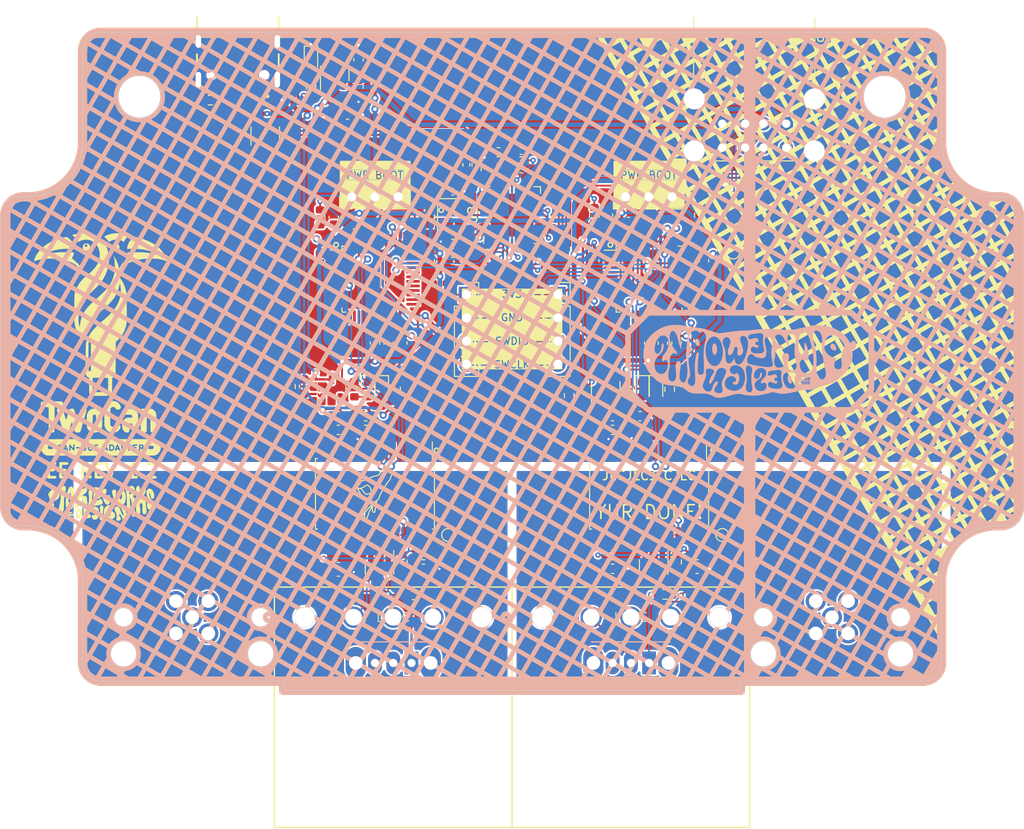
<source format=kicad_pcb>
(kicad_pcb (version 20221018) (generator pcbnew)
  (layers (0 "F.Cu" signal) (31 "B.Cu" signal) (34 "B.Paste" user) (35 "F.Paste" user) (36 "B.SilkS" user "B.Silkscreen") (37 "F.SilkS" user "F.Silkscreen") (38 "B.Mask" user) (39 "F.Mask" user) (44 "Edge.Cuts" user))
  (net 0 "")
  (net 1 "GND")
  (net 2 "+3V3")
  (net 3 "+5V")
  (net 4 "Net-(U3-VISOIN)")
  (net 5 "1CAN_+")
  (net 6 "GND1")
  (net 7 "1CAN_-")
  (net 8 "Net-(U3-RS)")
  (net 14 "1NRST")
  (net 15 "1WORD_LED")
  (net 35 "1USB_-")
  (net 36 "1USB_+")
  (net 37 "2SWDIO")
  (net 38 "1SWCLK")
  (net 39 "1STAT_LED")
  (net 45 "1CAN_RX")
  (net 46 "1CAN_TX")
  (net 49 "Net-(U2-CRFILT)")
  (net 50 "VBUS_DET")
  (net 51 "Net-(U2-XTALIN{slash}CLKIN)")
  (net 52 "Net-(U2-XTALOUT)")
  (net 53 "Net-(U2-RESET_N)")
  (net 54 "Net-(U2-PLLFILT)")
  (net 55 "3USB_-")
  (net 56 "3USB_+")
  (net 57 "4USB_-")
  (net 62 "Net-(J2-CC1)")
  (net 63 "0USB_+")
  (net 64 "0USB_-")
  (net 66 "Net-(J2-CC2)")
  (net 68 "2USB_-")
  (net 69 "2USB_+")
  (net 71 "GND2")
  (net 72 "Net-(U6-VISOIN)")
  (net 73 "2CAN_+")
  (net 74 "2CAN_-")
  (net 76 "Net-(U6-RS)")
  (net 77 "1SWDIO")
  (net 83 "2NRST")
  (net 84 "2WORD_LED")
  (net 104 "2SWCLK")
  (net 105 "2STAT_LED")
  (net 111 "2CAN_RX")
  (net 112 "2CAN_TX")
  (net 115 "Net-(D4-A)")
  (net 116 "Net-(D5-A)")
  (net 117 "Net-(D6-A)")
  (net 118 "Net-(D7-A)")
  (net 119 "Net-(D8-A)")
  (net 121 "Net-(SW3-A)")
  (net 122 "Net-(SW1-A)")
  (net 124 "4USB_+")
  (net 125 "Net-(U2-RBIAS)")
  (net 126 "Net-(U2-SUSP_IND{slash}LOCAL_PWR{slash}NON_REM0)")
  (net 127 "Net-(U2-HS_IND{slash}CFG_SEL1)")
  (net 128 "Net-(U2-USBDM_UP)")
  (net 129 "Net-(U2-USBDP_UP)")
  (net 140 "3v3_sw1")
  (net 141 "3v3_sw2")
  (net 142 "3v3_CAN1")
  (net 143 "Net-(Q1-G)")
  (net 144 "3v3_CAN2")
  (net 145 "Net-(Q3-G)")
  (footprint "Capacitor_SMD:C_0603_1608Metric" (layer "F.Cu") (at 137.75 50 180)
    (fp_text reference "C30" hide)
    (fp_text value "22uf" hide)
  )
  (footprint "Resistor_SMD:R_0603_1608Metric" (layer "F.Cu") (at 142.25 68.05 -90)
    (fp_text reference "R11" hide)
    (fp_text value "1k" hide)
  )
  (footprint "Capacitor_SMD:C_0603_1608Metric" (layer "F.Cu") (at 166 86.2 180)
    (fp_text reference "C14" hide)
    (fp_text value "10uf" hide)
  )
  (footprint "Capacitor_SMD:C_0603_1608Metric" (layer "F.Cu") (at 173 63 90)
    (fp_text reference "C3" hide)
    (fp_text value "22uf" hide)
  )
  (footprint "Connector_PinHeader_2.54mm:PinHeader_1x03_P2.54mm_Vertical" (layer "F.Cu") (at 167.42 47 90)
    (fp_text reference "J11" hide)
    (fp_text value "Conn_01x03")
  )
  (footprint "Capacitor_SMD:C_0603_1608Metric" (layer "F.Cu") (at 166 87.7 180)
    (fp_text reference "C15" hide)
    (fp_text value "100nf" hide)
  )
  (footprint "Capacitor_SMD:C_0603_1608Metric" (layer "F.Cu") (at 169 72.5)
    (fp_text reference "C12" hide)
    (fp_text value "10nf" hide)
  )
  (footprint "Capacitor_SMD:C_0603_1608Metric" (layer "F.Cu") (at 162.75 68.75 -90)
    (fp_text reference "C40" hide)
    (fp_text value "100nf" hide)
  )
  (footprint "Connector_USB:USB_A_CUI_UJ2-ADH-TH_Horizontal_Stacked" (layer "F.Cu") (at 185 39 -90)
    (fp_text reference "J9")
    (fp_text value "USB_A_Stacked" hide)
  )
  (footprint "Connector_PinSocket_2.54mm:PinSocket_1x04_P2.54mm_Vertical" (layer "F.Cu") (at 150.025 57.7)
    (fp_text reference "J10" hide)
    (fp_text value "Conn_01x04" hide)
  )
  (footprint "Package_QFP:LQFP-48_7x7mm_P0.5mm" (layer "F.Cu") (at 170 56)
    (fp_text reference "U1" hide)
    (fp_text value "STM32G431C6Tx" hide)
  )
  (footprint "Crystal:Crystal_SMD_3225-4Pin_3.2x2.5mm" (layer "F.Cu") (at 148.5 49.2 -90)
    (fp_text reference "Y1" hide)
    (fp_text value "24mhz" hide)
  )
  (footprint "Resistor_SMD:R_0603_1608Metric" (layer "F.Cu") (at 172.25 68.05 -90)
    (fp_text reference "R7" hide)
    (fp_text value "1k" hide)
  )
  (footprint "Capacitor_SMD:C_0603_1608Metric" (layer "F.Cu") (at 166 71)
    (fp_text reference "C13" hide)
    (fp_text value "10uf" hide)
  )
  (footprint "Capacitor_SMD:C_0603_1608Metric" (layer "F.Cu") (at 139 72.5)
    (fp_text reference "C21" hide)
    (fp_text value "10nf" hide)
  )
  (footprint "Resistor_SMD:R_0402_1005Metric" (layer "F.Cu") (at 156 43 180)
    (fp_text reference "R15" hide)
    (fp_text value "100k" hide)
  )
  (footprint "Resistor_SMD:R_0603_1608Metric" (layer "F.Cu") (at 167.75 68.05 -90)
    (fp_text reference "R8" hide)
    (fp_text value "1k" hide)
  )
  (footprint "Capacitor_SMD:C_0402_1005Metric" (layer "F.Cu") (at 159.5 50 -90)
    (fp_text reference "C32" hide)
    (fp_text value "100nF" hide)
  )
  (footprint "TestPoint:TestPoint_Pad_D1.0mm" (layer "F.Cu") (at 178 84 90)
    (fp_text reference "TP2" hide)
    (fp_text value "testpad" hide)
  )
  (footprint "Resistor_SMD:R_0603_1608Metric" (layer "F.Cu") (at 164 49 -90)
    (fp_text reference "R16" hide)
    (fp_text value "10k" hide)
  )
  (footprint "Resistor_SMD:R_0603_1608Metric" (layer "F.Cu") (at 122 36.420368)
    (fp_text reference "R3" hide)
    (fp_text value "5.1k" hide)
  )
  (footprint "Capacitor_SMD:C_0603_1608Metric" (layer "F.Cu") (at 136 86.5 180)
    (fp_text reference "C23" hide)
    (fp_text value "10uf" hide)
  )
  (footprint "Resistor_SMD:R_0603_1608Metric" (layer "F.Cu") (at 137.75 68.05 -90)
    (fp_text reference "R10" hide)
    (fp_text value "1k" hide)
  )
  (footprint "Package_SO:SOIC-20W_7.5x12.8mm_P1.27mm" (layer "F.Cu") (at 170 79.5 -90)
    (fp_text reference "U3" hide)
    (fp_text value "ADM3053" hide)
  )
  (footprint "Package_SO:SOIC-20W_7.5x12.8mm_P1.27mm" (layer "F.Cu") (at 140 79.5 -90)
    (fp_text reference "U6" hide)
    (fp_text value "ADM3053" hide)
  )
  (footprint "Capacitor_SMD:C_0603_1608Metric" (layer "F.Cu") (at 145.3 87.7 180)
    (fp_text reference "C26" hide)
    (fp_text value "100nf" hide)
  )
  (footprint "LED_SMD:LED_0603_1608Metric" (layer "F.Cu") (at 170.75 68.05 -90)
    (fp_text reference "D5" hide)
    (fp_text value "blue" hide)
  )
  (footprint "Capacitor_SMD:C_0603_1608Metric" (layer "F.Cu") (at 134 54 90)
    (fp_text reference "C27" hide)
    (fp_text value "22uf" hide)
  )
  (footprint "Resistor_SMD:R_0402_1005Metric" (layer "F.Cu") (at 148.5 54 180)
    (fp_text reference "R12" hide)
    (fp_text value "12k" hide)
  )
  (footprint "Resistor_SMD:R_0603_1608Metric" (layer "F.Cu") (at 173 86.95 90)
    (fp_text reference "R1" hide)
    (fp_text value "10r" hide)
  )
  (footprint "Ethan_footprints:M12A-05PMMR-EE0001" (layer "F.Cu") (at 120 93)
    (fp_text reference "J4" hide)
    (fp_text value "m12_M_CAN_90" hide)
    (fp_circle (center -7.5 0) (end -6.475 0) (stroke (width 0.05)) (fill none) (layer "Edge.Cuts"))
    (fp_circle (center -7.5 4) (end -6.1 4) (stroke (width 0.05)) (fill none) (layer "Edge.Cuts"))
    (fp_circle (center 7.5 0) (end 8.525 0) (stroke (width 0.05)) (fill none) (layer "Edge.Cuts"))
    (fp_circle (center 7.5 4) (end 8.9 4) (stroke (width 0.05)) (fill none) (layer "Edge.Cuts"))
  )
  (footprint "Resistor_SMD:R_0402_1005Metric" (layer "F.Cu") (at 153.51 42)
    (fp_text reference "R13" hide)
    (fp_text value "100k" hide)
  )
  (footprint "LED_SMD:LED_0603_1608Metric" (layer "F.Cu") (at 140.75 68.05 -90)
    (fp_text reference "D6" hide)
    (fp_text value "blue" hide)
  )
  (footprint "Ethan_footprints:DTF13-3P" (layer "F.Cu") (at 168 93 180)
    (fp_text reference "J3")
    (fp_text value "DTF13-3P")
  )
  (footprint "Capacitor_SMD:C_0603_1608Metric" (layer "F.Cu") (at 137 38 180)
    (fp_text reference "C7" hide)
    (fp_text value "10uf" hide)
  )
  (footprint "Capacitor_SMD:C_0603_1608Metric" (layer "F.Cu") (at 138.2 32 -90)
    (fp_text reference "C8" hide)
    (fp_text value "10uf" hide)
  )
  (footprint "LED_SMD:LED_0603_1608Metric" (layer "F.Cu") (at 139.25 68.05 -90)
    (fp_text reference "D7" hide)
    (fp_text value "green" hide)
  )
  (footprint "LOGO" (layer "F.Cu") (at 110 59.5)
    (fp_text reference "G***" hide)
    (fp_text value "LOGO" hide)
  )
  (footprint "Resistor_SMD:R_0603_1608Metric" (layer "F.Cu") (at 171.75 90.5 180)
    (fp_text reference "R2" hide)
    (fp_text value "120r" hide)
  )
  (footprint "Capacitor_SMD:C_0603_1608Metric" (layer "F.Cu") (at 145.3 86.2 180)
    (fp_text reference "C25" hide)
    (fp_text value "10nf" hide)
  )
  (footprint "Resistor_SMD:R_0402_1005Metric" (layer "F.Cu") (at 150 43.5 90)
    (fp_text reference "R24" hide)
    (fp_text value "0R" hide)
  )
  (footprint "Resistor_SMD:R_0603_1608Metric" (layer "F.Cu") (at 161.25 68.75 -90)
    (fp_text reference "R25" hide)
    (fp_text value "100k" hide)
  )
  (footprint "Capacitor_SMD:C_0603_1608Metric" (layer "F.Cu") (at 169 71)
    (fp_text reference "C11" hide)
    (fp_text value "100nf" hide)
  )
  (footprint "Package_QFP:LQFP-48_7x7mm_P0.5mm" (layer "F.Cu") (at 140 56)
    (fp_text reference "U5" hide)
    (fp_text value "STM32G431C6Tx" hide)
  )
  (footprint "Capacitor_SMD:C_0603_1608Metric" (layer "F.Cu") (at 171.5 63 90)
    (fp_text reference "C6" hide)
    (fp_text value "22uf" hide)
  )
  (footprint "Resistor_SMD:R_0603_1608Metric" (layer "F.Cu") (at 175.5 49 -90)
    (fp_text reference "R17" hide)
    (fp_text value "10k" hide)
  )
  (footprint "Capacitor_SMD:C_0603_1608Metric" (layer "F.Cu") (at 146 54 90)
    (fp_text reference "C29" hide)
    (fp_text value "22uf" hide)
  )
  (footprint "Ethan_footprints:box_serpac" (layer "F.Cu") (at 155 65)
    (fp_text reference "REF**" hide)
    (fp_text value "box_serpac" hide)
    (fp_line (start -56 16) (end -56 -16) (stroke (width 0.05)) (layer "Edge.Cuts"))
    (fp_line (start -54 -18) (end -53 -18) (stroke (width 0.05)) (layer "Edge.Cuts"))
    (fp_line (start -53 18) (end -54 18) (stroke (width 0.05)) (layer "Edge.Cuts"))
    (fp_line (start -47 -24) (end -47 -34) (stroke (width 0.05)) (layer "Edge.Cuts"))
    (fp_line (start -47 32.999999) (end -47 24) (stroke (width 0.05)) (layer "Edge.Cuts"))
    (fp_line (start -45 -36) (end 45 -36) (stroke (width 0.05)) (layer "Edge.Cuts"))
    (fp_line (start -45 34.999999) (end -30 35) (stroke (width 0.05)) (layer "Edge.Cuts"))
    (fp_line (start -30 35) (end -25 35) (stroke (width 0.05)) (layer "Edge.Cuts"))
    (fp_line (start -25 35) (end -25 36) (stroke (width 0.05)) (layer "Edge.Cuts"))
    (fp_line (start -25 36) (end 25 36) (stroke (width 0.05)) (layer "Edge.Cuts"))
    (fp_line (start 25 35) (end 30 35) (stroke (width 0.05)) (layer "Edge.Cuts"))
    (fp_line (start 25 36) (end 25 35) (stroke (width 0.05)) (layer "Edge.Cuts"))
    (fp_line (start 30 35) (end 45 35) (stroke (width 0.05)) (layer "Edge.Cuts"))
    (fp_line (start 47 -34) (end 47 -24) (stroke (width 0.05)) (layer "Edge.Cuts"))
    (fp_line (start 47 24) (end 47 33) (stroke (width 0.05)) (layer "Edge.Cuts"))
    (fp_line (start 53 -18) (end 54 -18) (stroke (width 0.05)) (layer "Edge.Cuts"))
    (fp_line (start 54 18) (end 53 18) (stroke (width 0.05)) (layer "Edge.Cuts"))
    (fp_line (start 56 -16) (end 56 16) (stroke (width 0.05)) (layer "Edge.Cuts"))
    (fp_arc (start -56 -16) (mid -55.414214 -17.414214) (end -54 -18) (stroke (width 0.05)) (layer "Edge.Cuts"))
    (fp_arc (start -54 18) (mid -55.414214 17.414214) (end -56 16) (stroke (width 0.05)) (layer "Edge.Cuts"))
    (fp_arc (start -53 18) (mid -48.757359 19.757359) (end -47 24) (stroke (width 0.05)) (layer "Edge.Cuts"))
    (fp_arc (start -47 -34) (mid -46.414214 -35.414214) (end -45 -36) (stroke (width 0.05)) (layer "Edge.Cuts"))
    (fp_arc (start -47 -24) (mid -48.757359 -19.757359) (end -53 -18) (stroke (width 0.05)) (layer "Edge.Cuts"))
    (fp_arc (start -45 34.999999) (mid -46.414214 34.414213) (end -47 32.999999) (stroke (width 0.05)) (layer "Edge.Cuts"))
    (fp_arc (start 45 -36) (mid 46.414214 -35.414214) (end 47 -34) (stroke (width 0.05)) (layer "Edge.Cuts"))
    (fp_arc (start 47 24) (mid 48.757359 19.757359) (end 53 18) (stroke (width 0.05)) (layer "Edge.Cuts"))
    (fp_arc (start 47 33) (mid 46.414214 34.414214) (end 45 35) (stroke (width 0.05)) (layer "Edge.Cuts"))
    (fp_arc (start 53 -18) (mid 48.757359 -19.757359) (end 47 -24) (stroke (width 0.05)) (layer "Edge.Cuts"))
    (fp_arc (start 54 -18) (mid 55.414214 -17.414214) (end 56 -16) (stroke (width 0.05)) (layer "Edge.Cuts"))
    (fp_arc (start 56 16) (mid 55.414214 17.414214) (end 54 18) (stroke (width 0.05)) (layer "Edge.Cuts"))
    (fp_circle (center -40.767 -28.956) (end -38.467 -28.956) (stroke (width 0.05)) (fill none) (layer "Edge.Cuts"))
    (fp_circle (center 40.767 -28.956) (end 43.067 -28.956) (stroke (width 0.05)) (fill none) (layer "Edge.Cuts"))
  )
  (footprint "Capacitor_SMD:C_0603_1608Metric" (layer "F.Cu") (at 141.5 63 90)
    (fp_text reference "C31" hide)
    (fp_text value "22uf" hide)
  )
  (footprint "Ethan_footprints:M12A-05PMMR-EE0001" (layer "F.Cu") (at 190 93)
    (fp_text reference "J1" hide)
    (fp_text value "m12_M_CAN_90" hide)
    (fp_circle (center -7.5 0) (end -6.475 0) (stroke (width 0.05)) (fill none) (layer "Edge.Cuts"))
    (fp_circle (center -7.5 4) (end -6.1 4) (stroke (width 0.05)) (fill none) (layer "Edge.Cuts"))
    (fp_circle (center 7.5 0) (end 8.525 0) (stroke (width 0.05)) (fill none) (layer "Edge.Cuts"))
    (fp_circle (center 7.5 4) (end 8.9 4) (stroke (width 0.05)) (fill none) (layer "Edge.Cuts"))
  )
  (footprint "TestPoint:TestPoint_Pad_D1.0mm" (layer "F.Cu") (at 179.2 53.1 90)
    (fp_text reference "TP1" hide)
    (fp_text value "testpad" hide)
  )
  (footprint "Capacitor_SMD:C_0603_1608Metric" (layer "F.Cu") (at 140 63 90)
    (fp_text reference "C18" hide)
    (fp_text value "100nf" hide)
  )
  (footprint "LED_SMD:LED_0603_1608Metric" (layer "F.Cu") (at 169.25 68.05 -90)
    (fp_text reference "D4" hide)
    (fp_text value "green" hide)
  )
  (footprint "Capacitor_SMD:C_0402_1005Metric" (layer "F.Cu") (at 148.5 53 180)
    (fp_text reference "C39" hide)
    (fp_text value "100nF" hide)
  )
  (footprint "Capacitor_SMD:C_0603_1608Metric" (layer "F.Cu") (at 164 54 90)
    (fp_text reference "C2" hide)
    (fp_text value "22uf" hide)
  )
  (footprint "Ethan_footprints:DTF13-3P" (layer "F.Cu") (at 142 93 180)
    (fp_text reference "J7")
    (fp_text value "DTF13-3P")
  )
  (footprint "Package_TO_SOT_SMD:SOT-143" (layer "F.Cu") (at 128 40 90)
    (fp_text reference "D3" hide)
    (fp_text value "PRTR5V0U2X" hide)
  )
  (footprint "LOGO" (layer "F.Cu") (at 110 72)
    (fp_text reference "G***" hide)
    (fp_text value "LOGO" hide)
  )
  (footprint "Capacitor_SMD:C_0603_1608Metric" (layer "F.Cu") (at 175.25 87.7 180)
    (fp_text reference "C17" hide)
    (fp_text value "100nf" hide)
  )
  (footprint "Capacitor_SMD:C_0603_1608Metric" (layer "F.Cu") (at 175.25 86.2 180)
    (fp_text reference "C16" hide)
    (fp_text value "10nf" hide)
  )
  (footprint "Ethan_footprints:PMV48XP" (layer "F.Cu") (at 165.25 68 90)
    (fp_text reference "Q1" hide)
    (fp_text value "PMOS" hide)
  )
  (footprint "Capacitor_SMD:C_0603_1608Metric" (layer "F.Cu") (at 167.75 49.75 180)
    (fp_text reference "C5" hide)
    (fp_text value "22uf" hide)
  )
  (footprint "Resistor_SMD:R_0603_1608Metric" (layer "F.Cu") (at 143 86.975 90)
    (fp_text reference "R6" hide)
    (fp_text value "10r" hide)
  )
  (footprint "LOGO" (layer "F.Cu") (at 139.626706 79.433661)
    (fp_text reference "G***" hide)
    (fp_text value "LOGO" hide)
  )
  (footprint "Capacitor_SMD:C_0603_1608Metric" (layer "F.Cu") (at 176 54 90)
    (fp_text reference "C4" hide)
    (fp_text value "22uf" hide)
  )
  (footprint "Capacitor_SMD:C_0603_1608Metric" (layer "F.Cu") (at 170 63 -90)
    (fp_text reference "C1" hide)
    (fp_text value "100nf" hide)
  )
  (footprint "Package_TO_SOT_SMD:SOT-23-3" (layer "F.Cu") (at 140.5 87.5 -90)
    (fp_text reference "D2" hide)
    (fp_text value "ESDA6V1L" hide)
  )
  (footprint "Capacitor_SMD:C_0402_1005Metric" (layer "F.Cu") (at 156 42)
    (fp_text reference "C36" hide)
    (fp_text value "100nF" hide)
  )
  (footprint "Capacitor_SMD:C_0402_1005Metric" (layer "F.Cu") (at 148.5 52)
    (fp_text reference "C34" hide)
    (fp_text value "18pF" hide)
  )
  (footprint "Capacitor_SMD:C_0603_1608Metric" (layer "F.Cu") (at 143 63 90)
    (fp_text reference "C28" hide)
    (fp_text value "22uf" hide)
  )
  (footprint "Capacitor_SMD:C_0603_1608Metric" (layer "F.Cu") (at 138.2 35 90)
    (fp_text reference "C9" hide)
    (fp_text value "10uf" hide)
  )
  (footprint "Resistor_SMD:R_0402_1005Metric" (layer "F.Cu") (at 153.5 43 180)
    (fp_text reference "R14" hide)
    (fp_text value "100k" hide)
  )
  (footprint "Package_TO_SOT_SMD:SOT-23-3" (layer "F.Cu") (at 170.5 87.5 -90)
    (fp_text reference "D1" hide)
    (fp_text value "ESDA6V1L" hide)
  )
  (footprint "TestPoint:TestPoint_Pad_D1.0mm" (layer "F.Cu") (at 148 84 90)
    (fp_text reference "TP3" hide)
    (fp_text value "testpad" hide)
  )
  (footprint "Resistor_SMD:R_0603_1608Metric" (layer "F.Cu") (at 144.3 90.55)
    (fp_text reference "R5" hide)
    (fp_text value "120r" hide)
  )
  (footprint "Resistor_SMD:R_0402_1005Metric" (layer "F.Cu") (at 151 43.5 90)
    (fp_text reference "R23" hide)
    (fp_text value "0R" hide)
  )
  (footprint "Resistor_SMD:R_0402_1005Metric" (layer "F.Cu") (at 156 44)
    (fp_text reference "R22" hide)
    (fp_text value "100k" hide)
  )
  (footprint "Resistor_SMD:R_0603_1608Metric" (layer "F.Cu") (at 128 36.420368 180)
    (fp_text reference "R4" hide)
    (fp_text value "5.1k" hide)
  )
  (footprint "Capacitor_SMD:C_0402_1005Metric" (layer "F.Cu") (at 148.5 46.45 180)
    (fp_text reference "C35" hide)
    (fp_text value "18pF" hide)
  )
  (footprint "Connector_PinHeader_2.54mm:PinHeader_1x03_P2.54mm_Vertical" (layer "F.Cu") (at 137.46 47 90)
    (fp_text reference "J5" hide)
    (fp_text value "Conn_01x03")
  )
  (footprint "LED_SMD:LED_0603_1608Metric" (layer "F.Cu") (at 133 32 -90)
    (fp_text reference "D8" hide)
    (fp_text value "red" hide)
  )
  (footprint "Connector_PinSocket_2.54mm:PinSocket_1x04_P2.54mm_Vertical" (layer "F.Cu") (at 160.025 57.7)
    (fp_text reference "J8" hide)
    (fp_text value "Conn_01x04" hide)
  )
  (footprint "Resistor_SMD:R_0603_1608Metric" (layer "F.Cu") (at 133 35 90)
    (fp_text reference "R9" hide)
    (fp_text value "1k" hide)
  )
  (footprint "Package_TO_SOT_SMD:SOT-23-5" (layer "F.Cu") (at 135.6 33.5 90)
    (fp_text reference "U7" hide)
    (fp_text value "RS3236-3.3YF5" hide)
  )
  (footprint "Package_DFN_QFN:QFN-36-1EP_6x6mm_P0.5mm_EP3.7x3.7mm" (layer "F.Cu") (at 155 49 90)
    (fp_text reference "U2")
    (fp_text value "USB2514B_Bi" hide)
  )
  (footprint "Resistor_SMD:R_0603_1608Metric" (layer "F.Cu") (at 144.35 50.55 -90)
    (fp_text reference "R18" hide)
    (fp_text value "10k" hide)
  )
  (footprint "Capacitor_SMD:C_0603_1608Metric" (layer "F.Cu") (at 135.5 49.25 90)
    (fp_text reference "C38" hide)
    (fp_text value "100nf" hide)
  )
  (footprint "Capacitor_SMD:C_0603_1608Metric" (layer "F.Cu") (at 136 72.5)
    (fp_text reference "C20" hide)
    (fp_text value "100nf" hide)
  )
  (footprint "Resistor_SMD:R_0402_1005Metric" (layer "F.Cu") (at 152 44 90)
    (fp_text reference "R21" hide)
    (fp_text value "100k" hide)
  )
  (footprint "Resistor_SMD:R_0603_1608Metric" (layer "F.Cu") (at 130.75 67.75 -90)
    (fp_text reference "R26" hide)
    (fp_text value "100k" hide)
  )
  (footprint "Capacitor_SMD:C_0603_1608Metric" (layer "F.Cu") (at 136 88 180)
    (fp_text reference "C24" hide)
    (fp_text value "100nf" hide)
  )
  (footprint "Resistor_SMD:R_0603_1608Metric" (layer "F.Cu") (at 146 49.2 90)
    (fp_text reference "R20" hide)
    (fp_text value "1M" hide)
  )
  (footprint "Capacitor_SMD:C_0603_1608Metric" (layer "F.Cu") (at 136 71)
    (fp_text reference "C19" hide)
    (fp_text value "10uf" hide)
  )
  (footprint "Ethan_footprints:PMV48XP" (layer "F.Cu") (at 135.25 68 90)
    (fp_text reference "Q3" hide)
    (fp_text value "PMOS" hide)
  )
  (footprint "Capacitor_SMD:C_0402_1005Metric" (layer "F.Cu") (at 153.5 44.03 180)
    (fp_text reference "C33" hide)
    (fp_text value "100nF" hide)
  )
  (footprint "Capacitor_SMD:C_0603_1608Metric" (layer "F.Cu") (at 165.5 49 90)
    (fp_text reference "C37" hide)
    (fp_text value "100nf" hide)
  )
  (footprint "Capacitor_SMD:C_0603_1608Metric" (layer "F.Cu") (at 166 72.5)
    (fp_text reference "C10" hide)
    (fp_text value "100nf" hide)
  )
  (footprint "LOGO" (layer "F.Cu") (at 110.05 80.5)
    (fp_text reference "G***" hide)
    (fp_text value "LOGO" hide)
  )
  (footprint "Capacitor_SMD:C_0603_1608Metric" (layer "F.Cu") (at 132.25 67.75 -90)
    (fp_text reference "C41" hide)
    (fp_text value "100nf" hide)
  )
  (footprint "Ethan_footprints:GCT_USB4105GFA060" (layer "F.Cu") (at 125 30 180)
    (fp_text reference "J2" hide)
    (fp_text value "USB4105GFA060" hide)
  )
  (footprint "Capacitor_SMD:C_0603_1608Metric" (layer "F.Cu") (at 139 71)
    (fp_text reference "C22" hide)
    (fp_text value "100nf" hide)
  )
  (footprint "Resistor_SMD:R_0603_1608Metric" (layer "F.Cu") (at 134 49.25 -90)
    (fp_text reference "R19" hide)
    (fp_text value "10k" hide)
  )
  (footprint "LOGO" (layer "B.Cu") (at 181 65 180)
    (fp_text reference "G***" hide)
    (fp_text value "LOGO" hide)
  )
  (footprint "Ethan_footprints:OS102011MA1QN1" (layer "B.Cu") (at 144 98 180)
    (fp_text reference "SW1" hide)
    (fp_text value "OS102011MA1QN1")
  )
  (footprint "Ethan_footprints:OS102011MA1QN1" (layer "B.Cu") (at 170 98 180)
    (fp_text reference "SW3" hide)
    (fp_text value "OS102011MA1QN1")
  )
  (gr_arc (start 210.499999 80.999999) (mid 209.914213 82.414213) (end 208.499999 82.999999) (stroke (width 1)) (layer "B.SilkS"))
  (gr_arc (start 102 83) (mid 106.242641 84.757359) (end 108 89) (stroke (width 1)) (layer "B.SilkS"))
  (gr_arc (start 200 29) (mid 201.414214 29.585786) (end 202 31) (stroke (width 1)) (layer "B.SilkS"))
  (gr_arc (start 202 89) (mid 203.757359 84.757359) (end 208 83) (stroke (width 1)) (layer "B.SilkS"))
  (gr_arc (start 108 31) (mid 108.585786 29.585786) (end 110 29) (stroke (width 1)) (layer "B.SilkS"))
  (gr_line (start 200 100) (end 110 100) (stroke (width 1)) (layer "B.SilkS"))
  (gr_line (start 208.5 47) (end 208 47) (stroke (width 1)) (layer "B.SilkS"))
  (gr_line (start 130 101) (end 180 101) (stroke (width 1)) (layer "B.SilkS"))
  (gr_arc (start 202 98) (mid 201.414214 99.414214) (end 200 100) (stroke (width 1)) (layer "B.SilkS"))
  (gr_arc (start 99.5 49) (mid 100.085786 47.585786) (end 101.5 47) (stroke (width 1)) (layer "B.SilkS"))
  (gr_line (start 101.5 47) (end 102 47) (stroke (width 1)) (layer "B.SilkS"))
  (gr_line (start 108 89) (end 108 98) (stroke (width 1)) (layer "B.SilkS"))
  (gr_line (start 99.5 49) (end 99.5 81) (stroke (width 1)) (layer "B.SilkS"))
  (gr_line (start 101.5 83) (end 102 83) (stroke (width 1)) (layer "B.SilkS"))
  (gr_line (start 208.499999 82.999999) (end 208 83) (stroke (width 1)) (layer "B.SilkS"))
  (gr_line (start 210.499999 49) (end 210.499999 81) (stroke (width 1)) (layer "B.SilkS"))
  (gr_line (start 202 41) (end 202 31) (stroke (width 1)) (layer "B.SilkS"))
  (gr_arc (start 108 41) (mid 106.242641 45.242641) (end 102 47) (stroke (width 1)) (layer "B.SilkS"))
  (gr_line (start 108 41) (end 108 31) (stroke (width 1)) (layer "B.SilkS"))
  (gr_arc (start 110 100) (mid 108.585786 99.414214) (end 108 98) (stroke (width 1)) (layer "B.SilkS"))
  (gr_arc (start 101.5 83) (mid 100.085786 82.414214) (end 99.5 81) (stroke (width 1)) (layer "B.SilkS"))
  (gr_line (start 130 101) (end 130 100) (stroke (width 1)) (layer "B.SilkS"))
  (gr_arc (start 208 47) (mid 203.757359 45.242641) (end 202 41) (stroke (width 1)) (layer "B.SilkS"))
  (gr_line (start 202 89) (end 202 98) (stroke (width 1)) (layer "B.SilkS"))
  (gr_arc (start 208.499999 47) (mid 209.914213 47.585786) (end 210.499999 49) (stroke (width 1)) (layer "B.SilkS"))
  (gr_line (start 200 29) (end 110 29) (stroke (width 1)) (layer "B.SilkS"))
  (gr_line (start 180 101) (end 180 100) (stroke (width 1)) (layer "B.SilkS"))
  (gr_line (start 130 100.5) (end 180 100.5) (stroke (width 1)) (layer "B.SilkS"))
  (gr_line (start 200 29) (end 110 29) (stroke (width 1)) (layer "F.SilkS"))
  (gr_line (start 99.5 81) (end 99.5 49) (stroke (width 1)) (layer "F.SilkS"))
  (gr_line (start 108 98) (end 108 89) (stroke (width 1)) (layer "F.SilkS"))
  (gr_line (start 99.5 81) (end 99.5 49) (stroke (width 1)) (layer "F.SilkS"))
  (gr_line (start 200 29) (end 110 29) (stroke (width 1)) (layer "F.SilkS"))
  (gr_arc (start 108 41) (mid 106.242641 45.242641) (end 102 47) (stroke (width 1)) (layer "F.SilkS"))
  (gr_arc (start 108 31) (mid 108.585786 29.585786) (end 110 29) (stroke (width 1)) (layer "F.SilkS"))
  (gr_line (start 208 47) (end 208.5 47) (stroke (width 1)) (layer "F.SilkS"))
  (gr_line (start 180 101) (end 180 100) (stroke (width 1)) (layer "F.SilkS"))
  (gr_line (start 200 100) (end 110 100) (stroke (width 1)) (layer "F.SilkS"))
  (gr_circle (center 177 74.75) (end 177 75) (stroke (width 0.15)) (fill none) (layer "F.SilkS"))
  (gr_line (start 102 83) (end 101.5 83) (stroke (width 1)) (layer "F.SilkS"))
  (gr_arc (start 208.5 47) (mid 209.914214 47.585786) (end 210.5 49) (stroke (width 1)) (layer "F.SilkS"))
  (gr_arc (start 101.5 83) (mid 100.085786 82.414214) (end 99.5 81) (stroke (width 1)) (layer "F.SilkS"))
  (gr_arc (start 202 98) (mid 201.414214 99.414214) (end 200 100) (stroke (width 1)) (layer "F.SilkS"))
  (gr_arc (start 108 31) (mid 108.585786 29.585786) (end 110 29) (stroke (width 1)) (layer "F.SilkS"))
  (gr_arc (start 210.5 81) (mid 209.914214 82.414214) (end 208.5 83) (stroke (width 1)) (layer "F.SilkS"))
  (gr_line (start 130 101) (end 180 101) (stroke (width 1)) (layer "F.SilkS"))
  (gr_line (start 208 47) (end 208.5 47) (stroke (width 1)) (layer "F.SilkS"))
  (gr_arc (start 202 98) (mid 201.414214 99.414214) (end 200 100) (stroke (width 1)) (layer "F.SilkS"))
  (gr_line (start 210.5 81) (end 210.5 49) (stroke (width 1)) (layer "F.SilkS"))
  (gr_line (start 200 100) (end 110 100) (stroke (width 1)) (layer "F.SilkS"))
  (gr_arc (start 110 100) (mid 108.585786 99.414214) (end 108 98) (stroke (width 1)) (layer "F.SilkS"))
  (gr_arc (start 202 89) (mid 203.757359 84.757359) (end 208 83) (stroke (width 1)) (layer "F.SilkS"))
  (gr_line (start 130 101) (end 130 100) (stroke (width 1)) (layer "F.SilkS"))
  (gr_arc (start 101.500001 82.999999) (mid 100.085787 82.414213) (end 99.500001 80.999999) (stroke (width 1)) (layer "F.SilkS"))
  (gr_line (start 108 98) (end 108 89) (stroke (width 1)) (layer "F.SilkS"))
  (gr_arc (start 208 47) (mid 203.757359 45.242641) (end 202 41) (stroke (width 1)) (layer "F.SilkS"))
  (gr_arc (start 200 29) (mid 201.414214 29.585786) (end 202 31) (stroke (width 1)) (layer "F.SilkS"))
  (gr_arc (start 202 89) (mid 203.757359 84.757359) (end 208 83) (stroke (width 1)) (layer "F.SilkS"))
  (gr_line (start 210.5 81) (end 210.5 49) (stroke (width 1)) (layer "F.SilkS"))
  (gr_line (start 202 98) (end 202 89) (stroke (width 1)) (layer "F.SilkS"))
  (gr_line (start 130 100.5) (end 180 100.5) (stroke (width 1)) (layer "F.SilkS"))
  (gr_line (start 202 98) (end 202 89) (stroke (width 1)) (layer "F.SilkS"))
  (gr_line (start 202 31) (end 202 41) (stroke (width 1)) (layer "F.SilkS"))
  (gr_circle (center 147.25 48.45) (end 147.25 48.7) (stroke (width 0.15)) (fill none) (layer "F.SilkS"))
  (gr_arc (start 99.500001 49.000001) (mid 100.085787 47.585787) (end 101.500001 47.000001) (stroke (width 1)) (layer "F.SilkS"))
  (gr_arc (start 110 100) (mid 108.585786 99.414214) (end 108 98) (stroke (width 1)) (layer "F.SilkS"))
  (gr_line (start 208 83) (end 208.5 83) (stroke (width 1)) (layer "F.SilkS"))
  (gr_arc (start 210.5 81) (mid 209.914214 82.414214) (end 208.5 83) (stroke (width 1)) (layer "F.SilkS"))
  (gr_circle (center 146.75 74.75) (end 146.75 75) (stroke (width 0.15)) (fill none) (layer "F.SilkS"))
  (gr_circle (center 152.25 53) (end 152.25 53.25) (stroke (width 0.15)) (fill none) (layer "F.SilkS"))
  (gr_arc (start 102 83) (mid 106.242641 84.757359) (end 108 89) (stroke (width 1)) (layer "F.SilkS"))
  (gr_arc (start 102 83) (mid 106.242641 84.757359) (end 108 89) (stroke (width 1)) (layer "F.SilkS"))
  (gr_arc (start 208.5 47) (mid 209.914214 47.585786) (end 210.5 49) (stroke (width 1)) (layer "F.SilkS"))
  (gr_line (start 208 83) (end 208.5 83) (stroke (width 1)) (layer "F.SilkS"))
  (gr_arc (start 200 29) (mid 201.414214 29.585786) (end 202 31) (stroke (width 1)) (layer "F.SilkS"))
  (gr_line (start 102 47) (end 101.5 47) (stroke (width 1)) (layer "F.SilkS"))
  (gr_line (start 102 47) (end 101.5 47) (stroke (width 1)) (layer "F.SilkS"))
  (gr_line (start 102 83) (end 101.5 83) (stroke (width 1)) (layer "F.SilkS"))
  (gr_line (start 108 31) (end 108 41) (stroke (width 1)) (layer "F.SilkS"))
  (gr_line (start 108 31) (end 108 41) (stroke (width 1)) (layer "F.SilkS"))
  (gr_arc (start 108 41) (mid 106.242641 45.242641) (end 102 47) (stroke (width 1)) (layer "F.SilkS"))
  (gr_arc (start 99.5 49) (mid 100.085786 47.585786) (end 101.5 47) (stroke (width 1)) (layer "F.SilkS"))
  (gr_circle (center 135.75 52.25) (end 135.75 52.5) (stroke (width 0.15)) (fill none) (layer "F.SilkS"))
  (gr_circle (center 165.75 52.25) (end 165.75 52.5) (stroke (width 0.15)) (fill none) (layer "F.SilkS"))
  (gr_text "---  3V3  ---\n\n---  GND  ---\n\n--- SWDIO ---\n\n--- SWCLK ---" (at 155 61.5) (layer "F.SilkS" knockout) (effects (font (size 0.8 0.8) (thickness 0.13))))
  (gr_text "YUR DONE!" (at 170 81.5) (layer "F.SilkS") (effects (font (size 1.5 1.45) (thickness 0.18125))))
  (gr_text "JLCJLCJLCJLC" (at 170 77.5) (layer "F.SilkS") (effects (font (size 1 1) (thickness 0.16) bold)))
  (gr_text "PWR BOOT" (at 166.75 45.1) (layer "F.SilkS" knockout) (effects (font (size 0.8 0.8) (thickness 0.12)) (justify left bottom)))
  (gr_text "EE REV 1.2\n" (at 110.1 77) (layer "F.SilkS") (effects (font (size 1.5 1.45) (thickness 0.3) bold)))
  (gr_text "PWR BOOT" (at 136.8 45.1) (layer "F.SilkS" knockout) (effects (font (size 0.8 0.8) (thickness 0.12)) (justify left bottom)))
  (segment (start 135.25 73.125) (end 135.58 73.455) (width 0.25) (layer "F.Cu") (net 1))
  (segment (start 138.095 74.85) (end 138.095 73.5) (width 0.25) (layer "F.Cu") (net 1))
  (segment (start 138.225 71) (end 138.095 71.13) (width 0.25) (layer "F.Cu") (net 1))
  (segment (start 135.25 70.9) (end 135.25 72.9) (width 0.25) (layer "F.Cu") (net 1))
  (segment (start 142.25 59.25) (end 142.1 59.1) (width 0.2) (layer "F.Cu") (net 1))
  (segment (start 172.25 59.323958) (end 171.926042 59) (width 0.3) (layer "F.Cu") (net 1))
  (segment (start 172.25 60.1625) (end 172.25 59.323958) (width 0.3) (layer "F.Cu") (net 1))
  (segment (start 165.225 70.7) (end 165.225 72.7) (width 0.25) (layer "F.Cu") (net 1))
  (segment (start 138.095 71.13) (end 138.095 73.5) (width 0.25) (layer "F.Cu") (net 1))
  (segment (start 168.095 74.55) (end 168.095 73.405) (width 0.25) (layer "F.Cu") (net 1))
  (segment (start 140.25 60.93033) (end 139.78033 61.4) (width 0.2) (layer "F.Cu") (net 1))
  (segment (start 140.54467 59.1) (end 140.25 59.39467) (width 0.2) (layer "F.Cu") (net 1))
  (segment (start 139.78033 61.4) (end 139.1 61.4) (width 0.2) (layer "F.Cu") (net 1))
  (segment (start 171.926042 59) (end 170.573958 59) (width 0.3) (layer "F.Cu") (net 1))
  (segment (start 168.095 70.83) (end 168.225 70.7) (width 0.25) (layer "F.Cu") (net 1))
  (segment (start 168.095 73.25) (end 168.095 70.83) (width 0.25) (layer "F.Cu") (net 1))
  (segment (start 165.555 74.55) (end 165.555 73.5) (width 0.25) (layer "F.Cu") (net 1))
  (segment (start 165.225 73.17) (end 165.225 72.2) (width 0.25) (layer "F.Cu") (net 1))
  (segment (start 170.25 60.1625) (end 170.25 61.001042) (width 0.3) (layer "F.Cu") (net 1))
  (segment (start 142.25 60.1625) (end 142.25 59.25) (width 0.2) (layer "F.Cu") (net 1))
  (segment (start 165.225 72.5) (end 165.225 73.17) (width 0.25) (layer "F.Cu") (net 1))
  (segment (start 135.25 72.4) (end 135.25 73.125) (width 0.25) (layer "F.Cu") (net 1))
  (segment (start 169.851042 61.4) (end 169.4 61.4) (width 0.3) (layer "F.Cu") (net 1))
  (segment (start 170.573958 59) (end 170.25 59.323958) (width 0.3) (layer "F.Cu") (net 1))
  (segment (start 168.095 73.395) (end 168.095 73.25) (width 0.25) (layer "F.Cu") (net 1))
  (segment (start 138.12 71.03) (end 138.25 70.9) (width 0.25) (layer "F.Cu") (net 1))
  (segment (start 170.25 59.323958) (end 170.25 60.1625) (width 0.3) (layer "F.Cu") (net 1))
  (segment (start 142.1 59.1) (end 140.54467 59.1) (width 0.2) (layer "F.Cu") (net 1))
  (segment (start 135.58 73.455) (end 135.525 73.4) (width 0.25) (layer "F.Cu") (net 1))
  (segment (start 140.25 59.39467) (end 140.25 60.1625) (width 0.2) (layer "F.Cu") (net 1))
  (segment (start 140.25 60.1625) (end 140.25 60.93033) (width 0.2) (layer "F.Cu") (net 1))
  (segment (start 170.25 61.001042) (end 169.851042 61.4) (width 0.3) (layer "F.Cu") (net 1))
  (segment (start 165.225 73.17) (end 165.555 73.5) (width 0.25) (layer "F.Cu") (net 1))
  (segment (start 135.58 74.75) (end 135.58 73.455) (width 0.25) (layer "F.Cu") (net 1))
  (via (at 165.555 73.5) (size 0.6) (drill 0.25) (layers "F.Cu" "B.Cu") (net 1))
  (via (at 152 42.7) (size 0.6) (drill 0.25) (layers "F.Cu" "B.Cu") (net 1))
  (via (at 138.7 38) (size 0.6) (drill 0.25) (layers "F.Cu" "B.Cu") (net 1))
  (via (at 138.2 36.6) (size 0.6) (drill 0.25) (layers "F.Cu" "B.Cu") (net 1))
  (via (at 147.2 51.9) (size 0.6) (drill 0.25) (layers "F.Cu" "B.Cu") (net 1))
  (via (at 168.095 73.395) (size 0.6) (drill 0.25) (layers "F.Cu" "B.Cu") (net 1))
  (via (at 129.8 36.4) (size 0.6) (drill 0.25) (layers "F.Cu" "B.Cu") (net 1))
  (via (at 149.8 46.4) (size 0.6) (drill 0.25) (layers "F.Cu" "B.Cu") (net 1))
  (via (at 134.4 38.3) (size 0.6) (drill 0.25) (layers "F.Cu" "B.Cu") (net 1))
  (via (at 138.095 73.5) (size 0.6) (drill 0.25) (layers "F.Cu" "B.Cu") (net 1))
  (via (at 133 30.3) (size 0.6) (drill 0.25) (layers "F.Cu" "B.Cu") (net 1))
  (via (at 138.2 30.4) (size 0.6) (drill 0.25) (layers "F.Cu" "B.Cu") (net 1))
  (segment (start 139.95 36.15) (end 140 36.2) (width 0.5) (layer "F.Cu") (net 2))
  (segment (start 155 51.9375) (end 155 52.966022) (width 0.2) (layer "F.Cu") (net 2))
  (segment (start 136.75 67.225) (end 136.4 66.875) (width 0.2) (layer "F.Cu") (net 2))
  (segment (start 138.274508 48.8) (end 137.975 48.8) (width 0.3) (layer "F.Cu") (net 2))
  (segment (start 151.7 46.437346) (end 151.35 46.787346) (width 0.2) (layer "F.Cu") (net 2))
  (segment (start 167 48.75) (end 167 49.725) (width 0.3) (layer "F.Cu") (net 2))
  (segment (start 152.0625 51) (end 152 51) (width 0.2) (layer "F.Cu") (net 2))
  (segment (start 151.35 47.212654) (end 151.637346 47.5) (width 0.2) (layer "F.Cu") (net 2))
  (segment (start 177 53.2) (end 179.1 53.2) (width 0.3) (layer "F.Cu") (net 2))
  (segment (start 174.1625 53.25) (end 175.975 53.25) (width 0.2) (layer "F.Cu") (net 2))
  (segment (start 166.6 67.05) (end 166.6 64.9) (width 0.3) (layer "F.Cu") (net 2))
  (segment (start 147.1 55.7) (end 147.1 53.2) (width 0.5) (layer "F.Cu") (net 2))
  (segment (start 158.5 51) (end 157.9375 51) (width 0.2) (layer "F.Cu") (net 2))
  (segment (start 164.025 53.25) (end 164 53.225) (width 0.3) (layer "F.Cu") (net 2))
  (segment (start 140.75 61.475) (end 140.75 60.1625) (width 0.2) (layer "F.Cu") (net 2))
  (segment (start 138.2 32.775) (end 138.2 33.5) (width 0.5) (layer "F.Cu") (net 2))
  (segment (start 132.2 35.9) (end 132.925 35.9) (width 0.5) (layer "F.Cu") (net 2))
  (segment (start 127.05 38.55) (end 127.05 39) (width 0.5) (layer "F.Cu") (net 2))
  (segment (start 141.25 60.1625) (end 141.25 62.025) (width 0.2) (layer "F.Cu") (net 2))
  (segment (start 167.75 67.225) (end 168.525 68) (width 0.2) (layer "F.Cu") (net 2))
  (segment (start 160.025 57.7) (end 160.5 57.7) (width 0.2) (layer "F.Cu") (net 2))
  (segment (start 147.1 53.2) (end 146.025 53.2) (width 0.2) (layer "F.Cu") (net 2))
  (segment (start 156.51 43) (end 157.3 43) (width 0.2) (layer "F.Cu") (net 2))
  (segment (start 171.25 61.975) (end 171.5 62.225) (width 0.2) (layer "F.Cu") (net 2))
  (segment (start 166.6 64.9) (end 166.7 65) (width 0.3) (layer "F.Cu") (net 2))
  (segment (start 133 35.825) (end 133 35.7) (width 0.5) (layer "F.Cu") (net 2))
  (segment (start 127.7 37.9) (end 127.05 38.55) (width 0.5) (layer "F.Cu") (net 2))
  (segment (start 152 51) (end 151.5 51.5) (width 0.2) (layer "F.Cu") (net 2))
  (segment (start 167.25 50.025) (end 167.25 51.8375) (width 0.3) (layer "F.Cu") (net 2))
  (segment (start 136.4 66.875) (end 136.4 65) (width 0.2) (layer "F.Cu") (net 2))
  (segment (start 143.975 62.225) (end 144 62.2) (width 0.2) (layer "F.Cu") (net 2))
  (segment (start 148 57.7) (end 147.1 56.8) (width 0.2) (layer "F.Cu") (net 2))
  (segment (start 140 36.2) (end 140 37.4) (width 0.5) (layer "F.Cu") (net 2))
  (segment (start 171.5 62.225) (end 170 62.225) (width 0.2) (layer "F.Cu") (net 2))
  (segment (start 128.2 37.9) (end 127.7 37.9) (width 0.5) (layer "F.Cu") (net 2))
  (segment (start 176.975 53.225) (end 177 53.2) (width 0.3) (layer "F.Cu") (net 2))
  (segment (start 176 53.225) (end 176.975 53.225) (width 0.3) (layer "F.Cu") (net 2))
  (segment (start 134 52) (end 133.6 51.6) (width 0.3) (layer "F.Cu") (net 2))
  (segment (start 155 45.637346) (end 155.287346 45.35) (width 0.2) (layer "F.Cu") (net 2))
  (segment (start 142.75 60.1625) (end 142.75 61.975) (width 0.2) (layer "F.Cu") (net 2))
  (segment (start 170.75 60.1625) (end 170.75 61.475) (width 0.2) (layer "F.Cu") (net 2))
  (segment (start 140 62.225) (end 140.75 61.475) (width 0.2) (layer "F.Cu") (net 2))
  (segment (start 151.7 46.2) (end 151.7 46.437346) (width 0.2) (layer "F.Cu") (net 2))
  (segment (start 166 64.9) (end 161.8 60.7) (width 0.5) (layer "F.Cu") (net 2))
  (segment (start 161.8 56.4) (end 161.8 53.3) (width 0.5) (layer "F.Cu") (net 2))
  (segment (start 134 53.225) (end 134 52) (width 0.3) (layer "F.Cu") (net 2))
  (segment (start 157.9375 48.5) (end 158.9 48.5) (width 0.2) (layer "F.Cu") (net 2))
  (segment (start 134 48.175) (end 134 47.5) (width 0.2) (layer "F.Cu") (net 2))
  (segment (start 133 35.7) (end 133.9 34.8) (width 0.3) (layer "F.Cu") (net 2))
  (segment (start 137.975 48.8) (end 137 49.775) (width 0.3) (layer "F.Cu") (net 2))
  (segment (start 172.75 61.975) (end 173 62.225) (width 0.2) (layer "F.Cu") (net 2))
  (segment (start 138.2 33.5) (end 138.2 34.225) (width 0.5) (layer "F.Cu") (net 2))
  (segment (start 137.75 67.225) (end 136.75 67.225) (width 0.2) (layer "F.Cu") (net 2))
  (segment (start 147.1 56.8) (end 147.1 55.7) (width 0.2) (layer "F.Cu") (net 2))
  (segment (start 140 62.225) (end 141.5 62.225) (width 0.2) (layer "F.Cu") (net 2))
  (segment (start 139.45 33.5) (end 139.95 34) (width 0.5) (layer "F.Cu") (net 2))
  (segment (start 166.6 64.9) (end 169.9 64.9) (width 0.5) (layer "F.Cu") (net 2))
  (segment (start 135.7875 33.5) (end 134.65 32.3625) (width 0.5) (layer "F.Cu") (net 2))
  (segment (start 179.1 53.2) (end 179.2 53.1) (width 0.3) (layer "F.Cu") (net 2))
  (segment (start 155.309276 45.35) (end 155.508776 45.1505) (width 0.2) (layer "F.Cu") (net 2))
  (segment (start 171.25 60.1625) (end 171.25 61.975) (width 0.2) (layer "F.Cu") (net 2))
  (segment (start 142.75 61.975) (end 143 62.225) (width 0.2) (layer "F.Cu") (net 2))
  (segment (start 138.274508 48.8) (end 138.175 48.8) (width 0.25) (layer "F.Cu") (net 2))
  (segment (start 166.775 67.225) (end 167.75 67.225) (width 0.3) (layer "F.Cu") (net 2))
  (segment (start 145.975 53.25) (end 144.1625 53.25) (width 0.2) (layer "F.Cu") (net 2))
  (segment (start 164 52) (end 164 53.225) (width 0.3) (layer "F.Cu") (net 2))
  (segment (start 138.525 68) (end 141.475 68) (width 0.2) (layer "F.Cu") (net 2))
  (segment (start 167 48.75) (end 167 49.775) (width 0.3) (layer "F.Cu") (net 2))
  (segment (start 160.5 57.7) (end 161.8 56.4) (width 0.2) (layer "F.Cu") (net 2))
  (segment (start 138.2 33.5) (end 135.7875 33.5) (width 0.5) (layer "F.Cu") (net 2))
  (segment (start 174.025 62.225) (end 173 62.225) (width 0.3) (layer "F.Cu") (net 2))
  (segment (start 136.475 65.075) (end 136.4 65) (width 0.2) (layer "F.Cu") (net 2))
  (segment (start 164 48.175) (end 164 47.2) (width 0.2) (layer "F.Cu") (net 2))
  (segment (start 146.025 53.2) (end 145.975 53.25) (width 0.2) (layer "F.Cu") (net 2))
  (segment (start 172.75 60.1625) (end 172.75 61.975) (width 0.2) (layer "F.Cu") (net 2))
  (segment (start 141.5 62.225) (end 143 62.225) (width 0.2) (layer "F.Cu") (net 2))
  (segment (start 141.475 68) (end 142.25 67.225) (width 0.2) (layer "F.Cu") (net 2))
  (segment (start 143 62.225) (end 143.975 62.225) (width 0.2) (layer "F.Cu") (net 2))
  (segment (start 155 46.0625) (end 155 45.637346) (width 0.2) (layer "F.Cu") (net 2))
  (segment (start 165.8375 53.25) (end 164.025 53.25) (width 0.3) (layer "F.Cu") (net 2))
  (segment (start 133.9 34.8) (end 133.9 33.1125) (width 0.3) (layer "F.Cu") (net 2))
  (segment (start 134.025 53.25) (end 134 53.225) (width 0.3) (layer "F.Cu") (net 2))
  (segment (start 133.9 33.1125) (end 134.65 32.3625) (width 0.3) (layer "F.Cu") (net 2))
  (segment (start 139.95 34) (end 139.95 36.15) (width 0.5) (layer "F.Cu") (net 2))
  (segment (start 166.775 67.225) (end 166.6 67.05) (width 0.3) (layer "F.Cu") (net 2))
  (segment (start 132.925 35.9) (end 133 35.825) (width 0.5) (layer "F.Cu") (net 2))
  (segment (start 151.35 46.787346) (end 151.35 47.212654) (width 0.2) (layer "F.Cu") (net 2))
  (segment (start 155.287346 45.35) (end 155.309276 45.35) (width 0.2) (layer "F.Cu") (net 2))
  (segment (start 170.75 61.475) (end 170 62.225) (width 0.2) (layer "F.Cu") (net 2))
  (segment (start 159 51.5) (end 158.5 51) (width 0.2) (layer "F.Cu") (net 2))
  (segment (start 167 49.775) (end 167.25 50.025) (width 0.3) (layer "F.Cu") (net 2))
  (segment (start 150.025 57.7) (end 148 57.7) (width 0.2) (layer "F.Cu") (net 2))
  (segment (start 161.8 60.7) (end 161.8 56.4) (width 0.5) (layer "F.Cu") (net 2))
  (segment (start 166.6 64.9) (end 166 64.9) (width 0.5) (layer "F.Cu") (net 2))
  (segment (start 171.475 68) (end 172.25 67.225) (width 0.2) (layer "F.Cu") (net 2))
  (segment (start 171.5 62.225) (end 173 62.225) (width 0.2) (layer "F.Cu") (net 2))
  (segment (start 151.637346 47.5) (end 152.0625 47.5) (width 0.2) (layer "F.Cu") (net 2))
  (segment (start 155 52.966022) (end 155.641989 53.608011) (width 0.2) (layer "F.Cu") (net 2))
  (segment (start 138.2 33.5) (end 139.45 33.5) (width 0.5) (layer "F.Cu") (net 2))
  (segment (start 167 49.725) (end 166.975 49.75) (width 0.3) (layer "F.Cu") (net 2))
  (segment (start 161.875 53.225) (end 161.8 53.3) (width 0.3) (layer "F.Cu") (net 2))
  (segment (start 168.525 68) (end 171.475 68) (width 0.2) (layer "F.Cu") (net 2))
  (segment (start 137 49.775) (end 137.25 50.025) (width 0.3) (layer "F.Cu") (net 2))
  (segment (start 135.8375 53.25) (end 134.025 53.25) (width 0.3) (layer "F.Cu") (net 2))
  (segment (start 136.4 65) (end 140 65) (width 0.5) (layer "F.Cu") (net 2))
  (segment (start 137.25 50.025) (end 137.25 51.8375) (width 0.3) (layer "F.Cu") (net 2))
  (segment (start 137.75 67.225) (end 138.525 68) (width 0.2) (layer "F.Cu") (net 2))
  (segment (start 175.975 53.25) (end 176 53.225) (width 0.2) (layer "F.Cu") (net 2))
  (via (at 140 36.2) (size 0.8) (drill 0.4) (layers "F.Cu" "B.Cu") (net 2))
  (via (at 157.3 43) (size 0.6) (drill 0.25) (layers "F.Cu" "B.Cu") (net 2))
  (via (at 158.9 48.5) (size 0.6) (drill 0.25) (layers "F.Cu" "B.Cu") (net 2))
  (via (at 140 37.4) (size 0.8) (drill 0.4) (layers "F.Cu" "B.Cu") (net 2))
  (via (at 174.025 62.225) (size 0.8) (drill 0.4) (layers "F.Cu" "B.Cu") (net 2))
  (via (at 155.641989 53.608011) (size 0.6) (drill 0.25) (layers "F.Cu" "B.Cu") (net 2))
  (via (at 134 47.5) (size 0.6) (drill 0.25) (layers "F.Cu" "B.Cu") (net 2))
  (via (at 151.5 51.5) (size 0.6) (drill 0.25) (layers "F.Cu" "B.Cu") (net 2))
  (via (at 147.1 53.2) (size 0.8) (drill 0.4) (layers "F.Cu" "B.Cu") (net 2))
  (via (at 164 47.2) (size 0.6) (drill 0.25) (layers "F.Cu" "B.Cu") (net 2))
  (via (at 138.274508 48.8) (size 0.8) (drill 0.4) (layers "F.Cu" "B.Cu") (net 2))
  (via (at 133.6 51.6) (size 0.8) (drill 0.4) (layers "F.Cu" "B.Cu") (net 2))
  (via (at 151.7 46.2) (size 0.6) (drill 0.25) (layers "F.Cu" "B.Cu") (net 2))
  (via (at 167 48.75) (size 0.8) (drill 0.4) (layers "F.Cu" "B.Cu") (net 2))
  (via (at 128.2 37.9) (size 0.6) (drill 0.25) (layers "F.Cu" "B.Cu") (net 2))
  (via (at 140 65) (size 0.8) (drill 0.4) (layers "F.Cu" "B.Cu") (net 2))
  (via (at 177 53.2) (size 0.8) (drill 0.4) (layers "F.Cu" "B.Cu") (net 2))
  (via (at 155.508776 45.1505) (size 0.6) (drill 0.25) (layers "F.Cu" "B.Cu") (net 2))
  (via (at 159 51.5) (size 0.6) (drill 0.25) (layers "F.Cu" "B.Cu") (net 2))
  (via (at 136.4 65) (size 0.8) (drill 0.4) (layers "F.Cu" "B.Cu") (net 2))
  (via (at 144 62.2) (size 0.8) (drill 0.4) (layers "F.Cu" "B.Cu") (net 2))
  (via (at 164 52) (size 0.6) (drill 0.25) (layers "F.Cu" "B.Cu") (net 2))
  (via (at 169.9 64.9) (size 0.8) (drill 0.4) (layers "F.Cu" "B.Cu") (net 2))
  (via (at 161.8 53.3) (size 0.8) (drill 0.4) (layers "F.Cu" "B.Cu") (net 2))
  (via (at 147.1 55.7) (size 0.8) (drill 0.4) (layers "F.Cu" "B.Cu") (net 2))
  (via (at 132.2 35.9) (size 0.6) (drill 0.25) (layers "F.Cu" "B.Cu") (net 2))
  (segment (start 155.608011 53.608011) (end 155 53) (width 0.2) (layer "B.Cu") (net 2))
  (segment (start 141.9 48.8) (end 137.5 48.8) (width 0.5) (layer "B.Cu") (net 2))
  (segment (start 146.4 61.5) (end 147.1 60.8) (width 0.5) (layer "B.Cu") (net 2))
  (segment (start 164 47.2) (end 163.95 47.2) (width 0.2) (layer "B.Cu") (net 2))
  (segment (start 134.3 47.5) (end 136.5 49.7) (width 0.2) (layer "B.Cu") (net 2))
  (segment (start 136.5 49.8) (end 134.3 52) (width 0.5) (layer "B.Cu") (net 2))
  (segment (start 171.46 48.5) (end 174.1 48.5) (width 0.5) (layer "B.Cu") (net 2))
  (segment (start 175.425 49.825) (end 177.7 52.1) (width 0.5) (layer "B.Cu") (net 2))
  (segment (start 161.8 53.3) (end 162.7 53.3) (width 0.3) (layer "B.Cu") (net 2))
  (segment (start 153.75 49.6) (end 155.2 49.6) (width 0.5) (layer "B.Cu") (net 2))
  (segment (start 151.2 49.6) (end 153.75 49.6) (width 0.5) (layer "B.Cu") (net 2))
  (segment (start 161.8 53.3) (end 161.8 53) (width 0.3) (layer "B.Cu") (net 2))
  (segment (start 162.7 53.3) (end 164 52) (width 0.3) (layer "B.Cu") (net 2))
  (segment (start 137.5 48.8) (end 136.5 49.8) (width 0.5) (layer "B.Cu") (net 2))
  (segment (start 155 49.4) (end 155.2 49.6) (width 0.2) (layer "B.Cu") (net 2))
  (segment (start 163.125 46.375) (end 164.25 45.25) (width 0.5) (layer "B.Cu") (net 2))
  (segment (start 177.7 60.6) (end 175.1 63.2) (width 0.5) (layer "B.Cu") (net 2))
  (segment (start 175.1 63.2) (end 173.4 64.9) (width 0.5) (layer "B.Cu") (net 2))
  (segment (start 146.1 50.9) (end 146.1 52.2) (width 0.5) (layer "B.Cu") (net 2))
  (segment (start 146.1 50.9) (end 146.1 49.6) (width 0.5) (layer "B.Cu") (net 2))
  (segment (start 158.9 51.4) (end 159 51.5) (width 0.2) (layer "B.Cu") (net 2))
  (segment (start 177.7 53.1) (end 177.7 60.6) (width 0.5) (layer "B.Cu") (net 2))
  (segment (start 144.8 63) (end 144.9 63) (width 0.2) (layer "B.Cu") (net 2))
  (segment (start 158.9 48.5) (end 158.9 49.6) (width 0.2) (layer "B.Cu") (net 2))
  (segment (start 177.6 53.2) (end 177.7 53.1) (width 0.3) (layer "B.Cu") (net 2))
  (segment (start 155.75 49.6) (end 158 49.6) (width 0.5) (layer "B.Cu") (net 2))
  (segment (start 133.9 63) (end 133.9 52.4) (width 0.5) (layer "B.Cu") (net 2))
  (segment (start 133.6 51.6) (end 134 52) (width 0.3) (layer "B.Cu") (net 2))
  (segment (start 174.025 62.225) (end 175 63.2) (width 0.3) (layer "B.Cu") (net 2))
  (segment (start 138.274508 48.8) (end 137.5 48.8) (width 0.3) (layer "B.Cu") (net 2))
  (segment (start 155.2 49.6) (end 155.75 49.6) (width 0.5) (layer "B.Cu") (net 2))
  (segment (start 146.1 52.2) (end 147.1 53.2) (width 0.5) (layer "B.Cu") (net 2))
  (segment (start 158 49.6) (end 158.9 49.6) (width 0.5) (layer "B.Cu") (net 2))
  (segment (start 155.641989 53.608011) (end 155.608011 53.608011) (width 0.2) (layer "B.Cu") (net 2))
  (segment (start 177 53.2) (end 177.6 53.2) (width 0.3) (layer "B.Cu") (net 2))
  (segment (start 155.508776 45.1505) (end 155 45.659276) (width 0.2) (layer "B.Cu") (net 2))
  (segment (start 132.2 35.9) (end 130.2 37.9) (width 0.5) (layer "B.Cu") (net 2))
  (segment (start 146.1 61.8) (end 146.4 61.5) (width 0.5) (layer "B.Cu") (net 2))
  (segment (start 146.1 51.7) (end 146.1 50.9) (width 0.5) (layer "B.Cu") (net 2))
  (segment (start 167 48.75) (end 168.21 48.75) (width 0.3) (layer "B.Cu") (net 2))
  (segment (start 175 63.2) (end 175.1 63.2) (width 0.3) (layer "B.Cu") (net 2))
  (segment (start 144 62.2) (end 144.8 63) (width 0.2) (layer "B.Cu") (net 2))
  (segment (start 151.2 46.7) (end 151.2 49.6) (width 0.2) (layer "B.Cu") (net 2))
  (segment (start 140 37.5) (end 140 37.4) (width 0.5) (layer "B.Cu") (net 2))
  (segment (start 155 45.659276) (end 155 49.4) (width 0.2) (layer "B.Cu") (net 2))
  (segment (start 136.5 49.7) (end 136.5 49.8) (width 0.2) (layer "B.Cu") (net 2))
  (segment (start 173.4 64.9) (end 169.9 64.9) (width 0.5) (layer "B.Cu") (net 2))
  (segment (start 174.1 48.5) (end 175.425 49.825) (width 0.5) (layer "B.Cu") (net 2))
  (segment (start 172.25 48.5) (end 172.83683 48.5) (width 0.5) (layer "B.Cu") (net 2))
  (segment (start 140 37.4) (end 140 48.8) (width 0.5) (layer "B.Cu") (net 2))
  (segment (start 135.9 65) (end 133.9 63) (width 0.5) (layer "B.Cu") (net 2))
  (segment (start 136.4 65) (end 135.9 65) (width 0.5) (layer "B.Cu") (net 2))
  (segment (start 158.9 49.6) (end 161.8 49.6) (width 0.5) (layer "B.Cu") (net 2))
  (segment (start 140 65) (end 142.9 65) (width 0.5) (layer "B.Cu") (net 2))
  (segment (start 155 53) (end 155 49.8) (width 0.2) (layer "B.Cu") (net 2))
  (segment (start 157.3 43.359276) (end 155.508776 45.1505) (width 0.2) (layer "B.Cu") (net 2))
  (segment (start 134 52) (end 134.3 52) (width 0.3) (layer "B.Cu") (net 2))
  (segment (start 147.1 60.8) (end 147.1 55.7) (width 0.5) (layer "B.Cu") (net 2))
  (segment (start 130.2 37.9) (end 128.2 37.9) (width 0.5) (layer "B.Cu") (net 2))
  (segment (start 164.25 45.25) (end 168.21 45.25) (width 0.5) (layer "B.Cu") (net 2))
  (segment (start 134 47.5) (end 134.3 47.5) (width 0.2) (layer "B.Cu") (net 2))
  (segment (start 168.21 48.75) (end 169.96 47) (width 0.3) (layer "B.Cu") (net 2))
  (segment (start 172.25 48.5) (end 172.16317 48.5) (width 0.5) (layer "B.Cu") (net 2))
  (segment (start 151.2 51.2) (end 151.2 49.6) (width 0.2) (layer "B.Cu") (net 2))
  (segment (start 157.3 43) (end 157.3 43.359276) (width 0.2) (layer "B.Cu") (net 2))
  (segment (start 140 48.8) (end 145.3 48.8) (width 0.5) (layer "B.Cu") (net 2))
  (segment (start 161.8 47.7) (end 163.125 46.375) (width 0.5) (layer "B.Cu") (net 2))
  (segment (start 168.21 45.25) (end 169.96 47) (width 0.5) (layer "B.Cu") (net 2))
  (segment (start 142.9 65) (end 144.9 63) (width 0.5) (layer "B.Cu") (net 2))
  (segment (start 151.5 51.5) (end 151.2 51.2) (width 0.2) (layer "B.Cu") (net 2))
  (segment (start 140 36.2) (end 140 37.4) (width 0.5) (layer "B.Cu") (net 2))
  (segment (start 158.9 49.6) (end 158.9 51.4) (width 0.2) (layer "B.Cu") (net 2))
  (segment (start 163.95 47.2) (end 163.125 46.375) (width 0.2) (layer "B.Cu") (net 2))
  (segment (start 146.1 51.7) (end 146.1 52.2) (width 0.2) (layer "B.Cu") (net 2))
  (segment (start 145.3 48.8) (end 146.1 49.6) (width 0.5) (layer "B.Cu") (net 2))
  (segment (start 161.8 49.6) (end 161.8 47.7) (width 0.5) (layer "B.Cu") (net 2))
  (segment (start 161.8 49.6) (end 161.8 53.3) (width 0.5) (layer "B.Cu") (net 2))
  (segment (start 144.9 63) (end 146.1 61.8) (width 0.5) (layer "B.Cu") (net 2))
  (segment (start 171.46 48.5) (end 172.83683 48.5) (width 0.5) (layer "B.Cu") (net 2))
  (segment (start 177.7 52.1) (end 177.7 53.1) (width 0.5) (layer "B.Cu") (net 2))
  (segment (start 155 49.8) (end 155.2 49.6) (width 0.2) (layer "B.Cu") (net 2))
  (segment (start 133.9 52.4) (end 134.3 52) (width 0.5) (layer "B.Cu") (net 2))
  (segment (start 146.1 49.6) (end 151.2 49.6) (width 0.5) (layer "B.Cu") (net 2))
  (segment (start 169.96 47) (end 171.46 48.5) (width 0.5) (layer "B.Cu") (net 2))
  (segment (start 151.7 46.2) (end 151.2 46.7) (width 0.2) (layer "B.Cu") (net 2))
  (segment (start 126.95 33.73) (end 126.854632 33.73) (width 0.2) (layer "F.Cu") (net 3))
  (segment (start 166.775 73.2) (end 166.825 73.25) (width 0.25) (layer "F.Cu") (net 3))
  (segment (start 166.825 73.25) (end 166.825 74.55) (width 0.25) (layer "F.Cu") (net 3))
  (segment (start 136.8 70.9) (end 136.8 72.4) (width 0.25) (layer "F.Cu") (net 3))
  (segment (start 152.383886 42) (end 153 42) (width 0.2) (layer "F.Cu") (net 3))
  (segment (start 131 33) (end 130 32) (width 0.5) (layer "F.Cu") (net 3))
  (segment (start 136.225 38) (end 136.225 38.975) (width 0.2) (layer "F.Cu") (net 3))
  (segment (start 136.85 74.75) (end 136.85 73.45) (width 0.25) (layer "F.Cu") (net 3))
  (segment (start 122.6 34.144594) (end 123.325 33.419594) (width 0.2) (layer "F.Cu") (net 3))
  (segment (start 160.1 70.1) (end 160.5 70.5) (width 0.25) (layer "F.Cu") (net 3))
  (segment (start 126.375 33.250368) (end 123.45 33.250368) (width 0.5) (layer "F.Cu") (net 3))
  (segment (start 134.45 36.55) (end 134.65 36.35) (width 0.5) (layer "F.Cu") (net 3))
  (segment (start 132.7 37.5) (end 131.5 37.5) (width 0.5) (layer "F.Cu") (net 3))
  (segment (start 133.2 37.5) (end 132.7 37.5) (width 0.5) (layer "F.Cu") (net 3))
  (segment (start 134.65 36.425) (end 136.225 38) (width 0.3) (layer "F.Cu") (net 3))
  (segment (start 134.65 36.35) (end 134.65 36.425) (width 0.3) (layer "F.Cu") (net 3))
  (segment (start 122.6 34.755) (end 122.6 34.18) (width 0.2) (layer "F.Cu") (net 3))
  (segment (start 134.3 70.3) (end 134.425 70.175) (width 0.3) (layer "F.Cu") (net 3))
  (segment (start 133.5 37.5) (end 133.2 37.5) (width 0.5) (layer "F.Cu") (net 3))
  (segment (start 132.6 38.1) (end 132.6 37.6) (width 0.3) (layer "F.Cu") (net 3))
  (segment (start 136.625 39.375) (end 149.6 39.375) (width 0.2) (layer "F.Cu") (net 3))
  (segment (start 134.65 36.35) (end 134.65 34.6375) (width 0.5) (layer "F.Cu") (net 3))
  (segment (start 126.5 33.375368) (end 126.375 33.250368) (width 0.5) (layer "F.Cu") (net 3))
  (segment (start 132.6 37.6) (end 132.7 37.5) (width 0.3) (layer "F.Cu") (net 3))
  (segment (start 166.775 70.7) (end 166.775 73.2) (width 0.25) (layer "F.Cu") (net 3))
  (segment (start 136.225 38.975) (end 136.625 39.375) (width 0.2) (layer "F.Cu") (net 3))
  (segment (start 135.95 70.175) (end 136.775 71) (width 0.3) (layer "F.Cu") (net 3))
  (segment (start 136.8 72.4) (end 136.8 73.4) (width 0.25) (layer "F.Cu") (net 3))
  (segment (start 134 37) (end 133.5 37.5) (width 0.5) (layer "F.Cu") (net 3))
  (segment (start 131.5 37.5) (end 131 37) (width 0.5) (layer "F.Cu") (net 3))
  (segment (start 136.85 73.45) (end 136.8 73.4) (width 0.25) (layer "F.Cu") (net 3))
  (segment (start 126.5 33.375368) (end 126.854632 33.73) (width 0.5) (layer "F.Cu") (net 3))
  (segment (start 127.4 34.755) (end 127.4 34.18) (width 0.2) (layer "F.Cu") (net 3))
  (segment (start 123.100184 33.600184) (end 123.325 33.375368) (width 0.25) (layer "F.Cu") (net 3))
  (segment (start 131 37) (end 131 33) (width 0.5) (layer "F.Cu") (net 3))
  (segment (start 185 39) (end 185 41.62) (width 0.5) (layer "F.Cu") (net 3))
  (segment (start 141.7 70.1) (end 160.1 70.1) (width 0.25) (layer "F.Cu") (net 3))
  (segment (start 164.847182 70.125) (end 166.2 70.125) (width 0.25) (layer "F.Cu") (net 3))
  (segment (start 123.45 33.250368) (end 123.100184 33.600184) (width 0.5) (layer "F.Cu") (net 3))
  (segment (start 122.6 34.755) (end 122.6 34.144594) (width 0.2) (layer "F.Cu") (net 3))
  (segment (start 130 32) (end 127.875368 32) (width 0.5) (layer "F.Cu") (net 3))
  (segment (start 134.425 70.175) (end 135.95 70.175) (width 0.3) (layer "F.Cu") (net 3))
  (segment (start 127.875368 32) (end 126.5 33.375368) (width 0.5) (layer "F.Cu") (net 3))
  (segment (start 164.472182 70.5) (end 164.847182 70.125) (width 0.25) (layer "F.Cu") (net 3))
  (segment (start 123.100184 33.679816) (end 123.100184 33.600184) (width 0.2) (layer "F.Cu") (net 3))
  (segment (start 122.6 34.18) (end 123.100184 33.679816) (width 0.2) (layer "F.Cu") (net 3))
  (segment (start 160.5 70.5) (end 164.472182 70.5) (width 0.25) (layer "F.Cu") (net 3))
  (segment (start 166.2 70.125) (end 166.775 70.7) (width 0.25) (layer "F.Cu") (net 3))
  (segment (start 134.45 36.55) (end 134 37) (width 0.5) (layer "F.Cu") (net 3))
  (segment (start 149.6 39.375) (end 149.758886 39.375) (width 0.2) (layer "F.Cu") (net 3))
  (segment (start 123.325 33.419594) (end 123.325 33.375368) (width 0.2) (layer "F.Cu") (net 3))
  (segment (start 149.758886 39.375) (end 152.383886 42) (width 0.2) (layer "F.Cu") (net 3))
  (segment (start 140.9 70.9) (end 141.7 70.1) (width 0.25) (layer "F.Cu") (net 3))
  (segment (start 127.4 34.18) (end 126.95 33.73) (width 0.2) (layer "F.Cu") (net 3))
  (via (at 133.7 37.3) (size 0.8) (drill 0.4) (layers "F.Cu" "B.Cu") (net 3))
  (via (at 140.9 70.9) (size 0.8) (drill 0.4) (layers "F.Cu" "B.Cu") (net 3))
  (via (at 132.6 38.1) (size 0.8) (drill 0.4) (layers "F.Cu" "B.Cu") (net 3))
  (via (at 134.3 70.3) (size 0.8) (drill 0.4) (layers "F.Cu" "B.Cu") (net 3))
  (via (at 134.5 36.6) (size 0.8) (drill 0.4) (layers "F.Cu" "B.Cu") (net 3))
  (segment (start 132.25 68.25) (end 134.3 70.3) (width 0.3) (layer "B.Cu") (net 3))
  (segment (start 132.6 38.1) (end 132.25 38.45) (width 0.3) (layer "B.Cu") (net 3))
  (segment (start 133.7 37.3) (end 136 35) (width 0.5) (layer "B.Cu") (net 3))
  (segment (start 136 35) (end 140.002082 35) (width 0.5) (layer "B.Cu") (net 3))
  (segment (start 144.102082 39.1) (end 175.8 39.1) (width 0.5) (layer "B.Cu") (net 3))
  (segment (start 183.4 37.4) (end 185 39) (width 0.5) (layer "B.Cu") (net 3))
  (segment (start 134.5 70.1) (end 140.1 70.1) (width 0.3) (layer "B.Cu") (net 3))
  (segment (start 140.002082 35) (end 144.102082 39.1) (width 0.5) (layer "B.Cu") (net 3))
  (segment (start 134.3 70.3) (end 134.5 70.1) (width 0.3) (layer "B.Cu") (net 3))
  (segment (start 134.3 70.3) (end 134.2 70.3) (width 0.3) (layer "B.Cu") (net 3))
  (segment (start 175.8 39.1) (end 177.5 37.4) (width 0.5) (layer "B.Cu") (net 3))
  (segment (start 140.1 70.1) (end 140.9 70.9) (width 0.3) (layer "B.Cu") (net 3))
  (segment (start 132.25 38.45) (end 132.25 68.25) (width 0.3) (layer "B.Cu") (net 3))
  (segment (start 177.5 37.4) (end 183.4 37.4) (width 0.5) (layer "B.Cu") (net 3))
  (segment (start 165.225 86.2) (end 164.4 86.2) (width 0.25) (layer "F.Cu") (net 4))
  (segment (start 173.82288 85.493248) (end 174.225 85.895368) (width 0.25) (layer "F.Cu") (net 4))
  (segment (start 177.2 88.7) (end 178 87.9) (width 0.25) (layer "F.Cu") (net 4))
  (segment (start 165.225 86.2) (end 165.225 87.7) (width 0.25) (layer "F.Cu") (net 4))
  (segment (start 175.6 88.7) (end 175.475 88.7) (width 0.25) (layer "F.Cu") (net 4))
  (segment (start 174.225 85.895368) (end 174.225 86.2) (width 0.25) (layer "F.Cu") (net 4))
  (segment (start 175.6 88.7) (end 177.2 88.7) (width 0.25) (layer "F.Cu") (net 4))
  (segment (start 174.445 86.17) (end 174.475 86.2) (width 0.25) (layer "F.Cu") (net 4))
  (segment (start 174.475 86.2) (end 174.475 87.7) (width 0.25) (layer "F.Cu") (net 4))
  (segment (start 178 87.9) (end 178 84) (width 0.25) (layer "F.Cu") (net 4))
  (segment (start 174.445 84.15) (end 174.445 86.17) (width 0.25) (layer "F.Cu") (net 4))
  (segment (start 175.475 88.7) (end 174.475 87.7) (width 0.25) (layer "F.Cu") (net 4))
  (segment (start 165.555 83.85) (end 165.555 85.2) (width 0.25) (layer "F.Cu") (net 4))
  (segment (start 165.225 86.2) (end 165.225 85.53) (width 0.25) (layer "F.Cu") (net 4))
  (segment (start 165.225 85.53) (end 165.555 85.2) (width 0.25) (layer "F.Cu") (net 4))
  (via (at 164.4 86.2) (size 0.6) (drill 0.25) (layers "F.Cu" "B.Cu") (net 4))
  (via (at 173.82288 85.493248) (size 0.6) (drill 0.25) (layers "F.Cu" "B.Cu") (net 4))
  (segment (start 164.4 86.2) (end 173.116128 86.2) (width 0.25) (layer "B.Cu") (net 4))
  (segment (start 173.116128 86.2) (end 173.82288 85.493248) (width 0.25) (layer "B.Cu") (net 4))
  (segment (start 192.4 89.7) (end 193.2 90.5) (width 0.2) (layer "F.Cu") (net 5))
  (segment (start 193.2 91.9) (end 191.77 93.33) (width 0.2) (layer "F.Cu") (net 5))
  (segment (start 193.2 90.5) (end 193.2 91.9) (width 0.2) (layer "F.Cu") (net 5))
  (segment (start 172.575 90.5) (end 173.4 90.5) (width 0.2) (layer "F.Cu") (net 5))
  (segment (start 171.905 85.195) (end 171.905 84.15) (width 0.2) (layer "F.Cu") (net 5))
  (segment (start 171.45 88.4) (end 171.95 88.9) (width 0.2) (layer "F.Cu") (net 5))
  (segment (start 173.4 90.5) (end 173.5 90.6) (width 0.2) (layer "F.Cu") (net 5))
  (segment (start 175.15 89.7) (end 175.234315 89.7) (width 0.2) (layer "F.Cu") (net 5))
  (segment (start 171.45 86.3625) (end 171.45 85.65) (width 0.2) (layer "F.Cu") (net 5))
  (segment (start 191.77 93.33) (end 191.77 94.77) (width 0.2) (layer "F.Cu") (net 5))
  (segment (start 171.905 83.85) (end 171.905 84.575) (width 0.2) (layer "F.Cu") (net 5))
  (segment (start 175.234315 89.7) (end 192.4 89.7) (width 0.2) (layer "F.Cu") (net 5))
  (segment (start 171.45 85.65) (end 171.905 85.195) (width 0.2) (layer "F.Cu") (net 5))
  (segment (start 171.95 88.9) (end 174.35 88.9) (width 0.2) (layer "F.Cu") (net 5))
  (segment (start 174.35 88.9) (end 174.8 89.35) (width 0.2) (layer "F.Cu") (net 5))
  (segment (start 173.5 90.6) (end 174.75 89.35) (width 0.2) (layer "F.Cu") (net 5))
  (segment (start 174.8 89.35) (end 175.15 89.7) (width 0.2) (layer "F.Cu") (net 5))
  (segment (start 174.75 89.35) (end 174.8 89.35) (width 0.2) (layer "F.Cu") (net 5))
  (segment (start 171.45 86.3625) (end 171.45 88.4) (width 0.2) (layer "F.Cu") (net 5))
  (via (at 173.5 90.6) (size 0.6) (drill 0.25) (layers "F.Cu" "B.Cu") (net 5))
  (segment (start 172.0184 92.675) (end 172.3434 93) (width 0.2) (layer "B.Cu") (net 5))
  (segment (start 172.3434 91.7566) (end 172.3434 93) (width 0.2) (layer "B.Cu") (net 5))
  (segment (start 173.5 90.6) (end 172.3434 91.7566) (width 0.2) (layer "B.Cu") (net 5))
  (segment (start 166.825 83.85) (end 166.825 85.2) (width 0.25) (layer "F.Cu") (net 6))
  (segment (start 176.025 86.2) (end 176.025 84.46) (width 0.25) (layer "F.Cu") (net 6))
  (segment (start 176.025 84.46) (end 175.715 84.15) (width 0.25) (layer "F.Cu") (net 6))
  (segment (start 175.775 87.7) (end 176.6 87.7) (width 0.25) (layer "F.Cu") (net 6))
  (segment (start 175.715 85.89) (end 176.025 86.2) (width 0.25) (layer "F.Cu") (net 6))
  (segment (start 176.025 86.2) (end 176.025 87.7) (width 0.25) (layer "F.Cu") (net 6))
  (segment (start 166.775 87.7) (end 166.775 86.2) (width 0.25) (layer "F.Cu") (net 6))
  (segment (start 167.7 87.7) (end 166.775 87.7) (width 0.25) (layer "F.Cu") (net 6))
  (segment (start 166.825 85.2) (end 166.775 85.25) (width 0.25) (layer "F.Cu") (net 6))
  (segment (start 166.775 85.25) (end 166.775 86.2) (width 0.25) (layer "F.Cu") (net 6))
  (via (at 167.7 87.7) (size 0.6) (drill 0.25) (layers "F.Cu" "B.Cu") (net 6))
  (via (at 176.6 87.7) (size 0.6) (drill 0.25) (layers "F.Cu" "B.Cu") (net 6))
  (segment (start 167.7 87.7) (end 176.6 87.7) (width 0.25) (layer "B.Cu") (net 6))
  (segment (start 169.365 86.1775) (end 169.55 86.3625) (width 0.2) (layer "F.Cu") (net 7))
  (segment (start 169.65 91.3) (end 170.1 91.3) (width 0.2) (layer "F.Cu") (net 7))
  (segment (start 187.86088 93) (end 190 93) (width 0.2) (layer "F.Cu") (net 7))
  (segment (start 170.1 91.3) (end 172.4 91.3) (width 0.2) (layer "F.Cu") (net 7))
  (segment (start 170.1 91.3) (end 165.3566 91.3) (width 0.2) (layer "F.Cu") (net 7))
  (segment (start 186.7 90.7) (end 186.7 91.83912) (width 0.2) (layer "F.Cu") (net 7))
  (segment (start 186.1 90.1) (end 186.7 90.7) (width 0.2) (layer "F.Cu") (net 7))
  (segment (start 174.2 91.3) (end 175.4 90.1) (width 0.2) (layer "F.Cu") (net 7))
  (segment (start 169.55 91.2) (end 169.55 86.3625) (width 0.2) (layer "F.Cu") (net 7))
  (segment (start 169.55 91.2) (end 169.65 91.3) (width 0.2) (layer "F.Cu") (net 7))
  (segment (start 186.7 91.83912) (end 187.86088 93) (width 0.2) (layer "F.Cu") (net 7))
  (segment (start 172.4 91.3) (end 174.2 91.3) (width 0.2) (layer "F.Cu") (net 7))
  (segment (start 175.4 90.1) (end 186.1 90.1) (width 0.2) (layer "F.Cu") (net 7))
  (segment (start 165.3566 91.3) (end 163.6566 93) (width 0.2) (layer "F.Cu") (net 7))
  (segment (start 163.6566 93) (end 168 97.3434) (width 0.2) (layer "F.Cu") (net 7))
  (segment (start 169.365 84.15) (end 169.365 86.1775) (width 0.2) (layer "F.Cu") (net 7))
  (segment (start 169.365 83.85) (end 169.365 84.575) (width 0.2) (layer "F.Cu") (net 7))
  (segment (start 168 97.3434) (end 168 98) (width 0.2) (layer "F.Cu") (net 7))
  (segment (start 173.175 85.95) (end 173 86.125) (width 0.2) (layer "F.Cu") (net 8))
  (segment (start 173.175 84.15) (end 173.175 82.425) (width 0.2) (layer "F.Cu") (net 8))
  (segment (start 173.175 84.15) (end 173.175 85.95) (width 0.2) (layer "F.Cu") (net 8))
  (segment (start 173.175 82.425) (end 173.2 82.4) (width 0.2) (layer "F.Cu") (net 8))
  (via (at 173.2 82.4) (size 0.8) (drill 0.4) (layers "F.Cu" "B.Cu") (net 8))
  (segment (start 173.2 83.625) (end 172.825 84) (width 0.2) (layer "B.Cu") (net 8))
  (segment (start 173.2 82.4) (end 173.2 83.625) (width 0.2) (layer "B.Cu") (net 8))
  (segment (start 166.875 52.73033) (end 165.5 51.35533) (width 0.2) (layer "F.Cu") (net 14))
  (segment (start 166.875 55.98033) (end 166.875 52.73033) (width 0.2) (layer "F.Cu") (net 14))
  (segment (start 165.8375 56.25) (end 166.60533 56.25) (width 0.2) (layer "F.Cu") (net 14))
  (segment (start 165.45 49.825) (end 165.5 49.775) (width 0.3) (layer "F.Cu") (net 14))
  (segment (start 166.60533 56.25) (end 166.875 55.98033) (width 0.2) (layer "F.Cu") (net 14))
  (segment (start 164 49.825) (end 165.45 49.825) (width 0.3) (layer "F.Cu") (net 14))
  (segment (start 165.5 51.35533) (end 165.5 49.775) (width 0.2) (layer "F.Cu") (net 14))
  (segment (start 169.25 66.25) (end 168.9 65.9) (width 0.2) (layer "F.Cu") (net 15))
  (segment (start 167.5005 65.9) (end 168.9 65.9) (width 0.2) (layer "F.Cu") (net 15))
  (segment (start 165.8375 56.75) (end 164.75 56.75) (width 0.2) (layer "F.Cu") (net 15))
  (segment (start 169.25 67.2625) (end 169.25 66.25) (width 0.2) (layer "F.Cu") (net 15))
  (segment (start 164 57.5) (end 164 58.4) (width 0.2) (layer "F.Cu") (net 15))
  (segment (start 164.75 56.75) (end 164 57.5) (width 0.2) (layer "F.Cu") (net 15))
  (via (at 164 58.4) (size 0.8) (drill 0.4) (layers "F.Cu" "B.Cu") (net 15))
  (via (at 167.5005 65.9) (size 0.8) (drill 0.4) (layers "F.Cu" "B.Cu") (net 15))
  (segment (start 164 59.2) (end 165.3 60.5) (width 0.2) (layer "B.Cu") (net 15))
  (segment (start 164 58.4) (end 164 59.2) (width 0.2) (layer "B.Cu") (net 15))
  (segment (start 165.3 60.5) (end 167.5005 62.7005) (width 0.2) (layer "B.Cu") (net 15))
  (segment (start 167.5005 62.7005) (end 167.5005 65.9) (width 0.2) (layer "B.Cu") (net 15))
  (segment (start 152.325 53.1068) (end 152.325 54.2932) (width 0.2) (layer "F.Cu") (net 35))
  (segment (start 153 51.9375) (end 153 52.225) (width 0.2) (layer "F.Cu") (net 35))
  (segment (start 173.031249 54.725) (end 170.2 54.725) (width 0.2) (layer "F.Cu") (net 35))
  (segment (start 153.025 52.4068) (end 152.325 53.1068) (width 0.2) (layer "F.Cu") (net 35))
  (segment (start 153 52.225) (end 153.025 52.25) (width 0.2) (layer "F.Cu") (net 35))
  (segment (start 174.1625 54.75) (end 173.056249 54.75) (width 0.2) (layer "F.Cu") (net 35))
  (segment (start 152.856801 54.825001) (end 157.600001 54.825001) (width 0.2) (layer "F.Cu") (net 35))
  (segment (start 173.056249 54.75) (end 173.031249 54.725) (width 0.2) (layer "F.Cu") (net 35))
  (segment (start 152.325 54.2932) (end 152.856801 54.825001) (width 0.2) (layer "F.Cu") (net 35))
  (segment (start 170.2 54.725) (end 169.8 55.125) (width 0.2) (layer "F.Cu") (net 35))
  (segment (start 157.600001 54.825001) (end 157.8 55.025) (width 0.2) (layer "F.Cu") (net 35))
  (segment (start 153.025 52.25) (end 153.025 52.4068) (width 0.2) (layer "F.Cu") (net 35))
  (via (at 169.8 55.125) (size 0.6) (drill 0.25) (layers "F.Cu" "B.Cu") (net 35))
  (via (at 157.8 55.025) (size 0.6) (drill 0.25) (layers "F.Cu" "B.Cu") (net 35))
  (segment (start 157.8 55.025) (end 157.999999 54.825001) (width 0.2) (layer "B.Cu") (net 35))
  (segment (start 157.999999 54.825001) (end 169.500001 54.825001) (width 0.2) (layer "B.Cu") (net 35))
  (segment (start 169.500001 54.825001) (end 169.8 55.125) (width 0.2) (layer "B.Cu") (net 35))
  (segment (start 173.031249 54.275) (end 170 54.275) (width 0.2) (layer "F.Cu") (net 36))
  (segment (start 152.775 54.1068) (end 153.043199 54.374999) (width 0.2) (layer "F.Cu") (net 36))
  (segment (start 152.775 53.2932) (end 152.775 54.1068) (width 0.2) (layer "F.Cu") (net 36))
  (segment (start 153.475 52.25) (end 153.475 52.5932) (width 0.2) (layer "F.Cu") (net 36))
  (segment (start 153.5 52.225) (end 153.475 52.25) (width 0.2) (layer "F.Cu") (net 36))
  (segment (start 153.043199 54.374999) (end 157.600001 54.374999) (width 0.2) (layer "F.Cu") (net 36))
  (segment (start 153.5 51.9375) (end 153.5 52.225) (width 0.2) (layer "F.Cu") (net 36))
  (segment (start 170 54.275) (end 169.8 54.075) (width 0.2) (layer "F.Cu") (net 36))
  (segment (start 174.1625 54.25) (end 173.056249 54.25) (width 0.2) (layer "F.Cu") (net 36))
  (segment (start 173.056249 54.25) (end 173.031249 54.275) (width 0.2) (layer "F.Cu") (net 36))
  (segment (start 157.600001 54.374999) (end 157.8 54.175) (width 0.2) (layer "F.Cu") (net 36))
  (segment (start 153.475 52.5932) (end 152.775 53.2932) (width 0.2) (layer "F.Cu") (net 36))
  (via (at 169.8 54.075) (size 0.6) (drill 0.25) (layers "F.Cu" "B.Cu") (net 36))
  (via (at 157.8 54.175) (size 0.6) (drill 0.25) (layers "F.Cu" "B.Cu") (net 36))
  (segment (start 169.475 54.4) (end 169.8 54.075) (width 0.2) (layer "B.Cu") (net 36))
  (segment (start 158.025 54.4) (end 157.8 54.175) (width 0.2) (layer "B.Cu") (net 36))
  (segment (start 169.475 54.4) (end 158.025 54.4) (width 0.2) (layer "B.Cu") (net 36))
  (segment (start 142.75 51.8375) (end 142.75 50.449503) (width 0.2) (layer "F.Cu") (net 37))
  (segment (start 145.5 60.000497) (end 148.279503 62.78) (width 0.2) (layer "F.Cu") (net 37))
  (segment (start 148.279503 62.78) (end 150.025 62.78) (width 0.2) (layer "F.Cu") (net 37))
  (segment (start 142.75 50.449503) (end 142.899503 50.3) (width 0.2) (layer "F.Cu") (net 37))
  (via (at 145.5 60.000497) (size 0.8) (drill 0.4) (layers "F.Cu" "B.Cu") (net 37))
  (via (at 142.899503 50.3) (size 0.8) (drill 0.4) (layers "F.Cu" "B.Cu") (net 37))
  (segment (start 141.782843 52.582843) (end 142.899503 51.466183) (width 0.2) (layer "B.Cu") (net 37))
  (segment (start 142.899503 51.466183) (end 142.899503 50.3) (width 0.2) (layer "B.Cu") (net 37))
  (segment (start 141.3 53.065686) (end 141.782843 52.582843) (width 0.2) (layer "B.Cu") (net 37))
  (segment (start 145.5 60.000497) (end 143.866183 60.000497) (width 0.2) (layer "B.Cu") (net 37))
  (segment (start 141.3 57.434314) (end 141.3 56.5) (width 0.2) (layer "B.Cu") (net 37))
  (segment (start 143.082843 59.217157) (end 141.3 57.434314) (width 0.2) (layer "B.Cu") (net 37))
  (segment (start 143.866183 60.000497) (end 143.082843 59.217157) (width 0.2) (layer "B.Cu") (net 37))
  (segment (start 141.3 56.5) (end 141.3 53.065686) (width 0.2) (layer "B.Cu") (net 37))
  (segment (start 172.000497 50.820167) (end 172.25 51.06967) (width 0.2) (layer "F.Cu") (net 38))
  (segment (start 172.000497 50.4495) (end 172.000497 50.820167) (width 0.2) (layer "F.Cu") (net 38))
  (segment (start 172.25 51.06967) (end 172.25 51.8375) (width 0.2) (layer "F.Cu") (net 38))
  (via (at 172.000497 50.4495) (size 0.8) (drill 0.4) (layers "F.Cu" "B.Cu") (net 38))
  (segment (start 170.4 55.373529) (end 170.4 52.483814) (width 0.2) (layer "B.Cu") (net 38))
  (segment (start 170.4 52.483814) (end 172.000497 50.883317) (width 0.2) (layer "B.Cu") (net 38))
  (segment (start 168.9 55.9) (end 169.873529 55.9) (width 0.2) (layer "B.Cu") (net 38))
  (segment (start 160.025 65.32) (end 158.1 63.395) (width 0.2) (layer "B.Cu") (net 38))
  (segment (start 158.1 55.9) (end 158.774999 55.225001) (width 0.2) (layer "B.Cu") (net 38))
  (segment (start 158.1 63.395) (end 158.1 55.9) (width 0.2) (layer "B.Cu") (net 38))
  (segment (start 168.225001 55.225001) (end 168.9 55.9) (width 0.2) (layer "B.Cu") (net 38))
  (segment (start 169.873529 55.9) (end 170.4 55.373529) (width 0.2) (layer "B.Cu") (net 38))
  (segment (start 158.774999 55.225001) (end 168.225001 55.225001) (width 0.2) (layer "B.Cu") (net 38))
  (segment (start 172.000497 50.883317) (end 172.000497 50.4495) (width 0.2) (layer "B.Cu") (net 38))
  (segment (start 173.3 65.9) (end 174.725 64.475) (width 0.2) (layer "F.Cu") (net 39))
  (segment (start 171.75 51.8375) (end 171.75 53.25) (width 0.2) (layer "F.Cu") (net 39))
  (segment (start 174.725 60.925) (end 174.6 60.8) (width 0.2) (layer "F.Cu") (net 39))
  (segment (start 171.75 53.25) (end 171.7 53.3) (width 0.2) (layer "F.Cu") (net 39))
  (segment (start 170.75 67.2625) (end 170.75 66.55) (width 0.2) (layer "F.Cu") (net 39))
  (segment (start 170.75 66.55) (end 171.4 65.9) (width 0.2) (layer "F.Cu") (net 39))
  (segment (start 174.725 64.475) (end 174.725 60.925) (width 0.2) (layer "F.Cu") (net 39))
  (segment (start 171.4 65.9) (end 173.3 65.9) (width 0.2) (layer "F.Cu") (net 39))
  (via (at 171.7 53.3) (size 0.8) (drill 0.4) (layers "F.Cu" "B.Cu") (net 39))
  (via (at 174.6 60.8) (size 0.8) (drill 0.4) (layers "F.Cu" "B.Cu") (net 39))
  (segment (start 174.6 60.8) (end 171.7 57.9) (width 0.2) (layer "B.Cu") (net 39))
  (segment (start 171.7 57.9) (end 171.7 53.3) (width 0.2) (layer "B.Cu") (net 39))
  (segment (start 172.54 47) (end 168.75 50.79) (width 0.2) (layer "F.Cu") (net 45))
  (segment (start 168.75 51.8375) (end 168.75 58.25) (width 0.2) (layer "F.Cu") (net 45))
  (segment (start 174.325 47) (end 175.5 48.175) (width 0.2) (layer "F.Cu") (net 45))
  (segment (start 172.54 47) (end 174.325 47) (width 0.2) (layer "F.Cu") (net 45))
  (segment (start 171.905 74.85) (end 171.905 76.395) (width 0.2) (layer "F.Cu") (net 45))
  (segment (start 168.75 50.79) (end 168.75 51.8375) (width 0.2) (layer "F.Cu") (net 45))
  (segment (start 171.905 76.395) (end 171.8 76.5) (width 0.2) (layer "F.Cu") (net 45))
  (segment (start 168.75 58.25) (end 169 58.5) (width 0.2) (layer "F.Cu") (net 45))
  (via (at 169 58.5) (size 0.8) (drill 0.4) (layers "F.Cu" "B.Cu") (net 45))
  (via (at 171.8 76.5) (size 0.8) (drill 0.4) (layers "F.Cu" "B.Cu") (net 45))
  (segment (start 171.1 75.8) (end 171.1 71.134314) (width 0.2) (layer "B.Cu") (net 45))
  (segment (start 168.6 58.9) (end 169 58.5) (width 0.2) (layer "B.Cu") (net 45))
  (segment (start 171.8 76.5) (end 171.1 75.8) (width 0.2) (layer "B.Cu") (net 45))
  (segment (start 171.1 71.134314) (end 168.6 68.634314) (width 0.2) (layer "B.Cu") (net 45))
  (segment (start 168.6 68.634314) (end 168.6 58.9) (width 0.2) (layer "B.Cu") (net 45))
  (segment (start 168.25 58.05) (end 167.8 58.5) (width 0.2) (layer "F.Cu") (net 46))
  (segment (start 170.7 74.915) (end 170.635 74.85) (width 0.2) (layer "F.Cu") (net 46))
  (segment (start 168.25 51.8375) (end 168.25 58.05) (width 0.2) (layer "F.Cu") (net 46))
  (segment (start 170.7 76.5) (end 170.7 74.915) (width 0.2) (layer "F.Cu") (net 46))
  (via (at 170.7 76.5) (size 0.8) (drill 0.4) (layers "F.Cu" "B.Cu") (net 46))
  (via (at 167.8 58.5) (size 0.8) (drill 0.4) (layers "F.Cu" "B.Cu") (net 46))
  (segment (start 168.2 59) (end 167.8 58.6) (width 0.2) (layer "B.Cu") (net 46))
  (segment (start 167.8 58.6) (end 167.8 58.5) (width 0.2) (layer "B.Cu") (net 46))
  (segment (start 168.2 59) (end 168.2 68.8) (width 0.2) (layer "B.Cu") (net 46))
  (segment (start 170.7 71.3) (end 170.7 71.5) (width 0.2) (layer "B.Cu") (net 46))
  (segment (start 168.2 68.8) (end 170.7 71.3) (width 0.2) (layer "B.Cu") (net 46))
  (segment (start 170.7 71.5) (end 170.7 76.5) (width 0.2) (layer "B.Cu") (net 46))
  (segment (start 159.071471 49.52) (end 159.5 49.52) (width 0.2) (layer "F.Cu") (net 49))
  (segment (start 158.551471 49) (end 159.071471 49.52) (width 0.2) (layer "F.Cu") (net 49))
  (segment (start 157.9375 49) (end 158.551471 49) (width 0.2) (layer "F.Cu") (net 49))
  (segment (start 153.98 44.32) (end 153.98 44.03) (width 0.2) (layer "F.Cu") (net 50))
  (segment (start 153.98 44.03) (end 153.98 42.04) (width 0.2) (layer "F.Cu") (net 50))
  (segment (start 153 45.3) (end 153.98 44.32) (width 0.2) (layer "F.Cu") (net 50))
  (segment (start 153.98 42.04) (end 154.02 42) (width 0.2) (layer "F.Cu") (net 50))
  (segment (start 153 46.0625) (end 153 45.3) (width 0.2) (layer "F.Cu") (net 50))
  (segment (start 152.0625 49.5) (end 150.15 49.5) (width 0.2) (layer "F.Cu") (net 51))
  (segment (start 148.4 49.35) (end 149.35 50.3) (width 0.1) (layer "F.Cu") (net 51))
  (segment (start 149.35 51.58) (end 148.98 51.95) (width 0.2) (layer "F.Cu") (net 51))
  (segment (start 146.675 49.35) (end 148.4 49.35) (width 0.1) (layer "F.Cu") (net 51))
  (segment (start 150.15 49.5) (end 149.35 50.3) (width 0.2) (layer "F.Cu") (net 51))
  (segment (start 149.35 50.3) (end 149.35 51.58) (width 0.2) (layer "F.Cu") (net 51))
  (segment (start 146 50.025) (end 146.675 49.35) (width 0.1) (layer "F.Cu") (net 51))
  (segment (start 146.275 48.1) (end 146 48.375) (width 0.2) (layer "F.Cu") (net 52))
  (segment (start 148.6 49.05) (end 150.124264 49.05) (width 0.1) (layer "F.Cu") (net 52))
  (segment (start 147.65 48.1) (end 148.6 49.05) (width 0.1) (layer "F.Cu") (net 52))
  (segment (start 150.124264 49.05) (end 150.174264 49) (width 0.1) (layer "F.Cu") (net 52))
  (segment (start 146 48.375) (end 147.375 48.375) (width 0.2) (layer "F.Cu") (net 52))
  (segment (start 147.65 46.82) (end 147.65 48.1) (width 0.2) (layer "F.Cu") (net 52))
  (segment (start 147.375 48.375) (end 147.65 48.1) (width 0.2) (layer "F.Cu") (net 52))
  (segment (start 152.0625 49) (end 150.174264 49) (width 0.2) (layer "F.Cu") (net 52))
  (segment (start 147.65 46.82) (end 148.02 46.45) (width 0.2) (layer "F.Cu") (net 52))
  (segment (start 154.92 44.022256) (end 153.5 45.442256) (width 0.2) (layer "F.Cu") (net 53))
  (segment (start 153.5 45.442256) (end 153.5 46.0625) (width 0.2) (layer "F.Cu") (net 53))
  (segment (start 155.49 43) (end 154.92 43.57) (width 0.2) (layer "F.Cu") (net 53))
  (segment (start 155.52 42) (end 155.52 42.97) (width 0.2) (layer "F.Cu") (net 53))
  (segment (start 154.92 43.57) (end 154.92 44.022256) (width 0.2) (layer "F.Cu") (net 53))
  (segment (start 155.52 42.97) (end 155.49 43) (width 0.2) (layer "F.Cu") (net 53))
  (segment (start 150.5 51.48) (end 150.5 51) (width 0.2) (layer "F.Cu") (net 54))
  (segment (start 151.5 50) (end 152.0625 50) (width 0.2) (layer "F.Cu") (net 54))
  (segment (start 150.5 51) (end 151.5 50) (width 0.2) (layer "F.Cu") (net 54))
  (segment (start 148.98 53) (end 150.5 51.48) (width 0.2) (layer "F.Cu") (net 54))
  (segment (start 155.5 52.225) (end 155.525 52.25) (width 0.2) (layer "F.Cu") (net 55))
  (segment (start 177.001621 46.469321) (end 178.548878 46.469321) (width 0.2) (layer "F.Cu") (net 55))
  (segment (start 155.525 52.25) (end 155.525 52.6432) (width 0.2) (layer "F.Cu") (net 55))
  (segment (start 162.6255 45.7745) (end 176.3068 45.7745) (width 0.2) (layer "F.Cu") (net 55))
  (segment (start 161.3745 52.3255) (end 161.3745 47.0255) (width 0.2) (layer "F.Cu") (net 55))
  (segment (start 176.3068 45.7745) (end 177.001621 46.469321) (width 0.2) (layer "F.Cu") (net 55))
  (segment (start 178.817678 46.200521) (end 179.100521 46.200521) (width 0.2) (layer "F.Cu") (net 55))
  (segment (start 160.2005 53.4995) (end 161.3745 52.3255) (width 0.2) (layer "F.Cu") (net 55))
  (segment (start 161.3745 47.0255) (end 162.6255 45.7745) (width 0.2) (layer "F.Cu") (net 55))
  (segment (start 155.525 52.6432) (end 156.3813 53.4995) (width 0.2) (layer "F.Cu") (net 55))
  (segment (start 156.3813 53.4995) (end 160.2005 53.4995) (width 0.2) (layer "F.Cu") (net 55))
  (segment (start 155.5 51.9375) (end 155.5 52.225) (width 0.2) (layer "F.Cu") (net 55))
  (segment (start 178.548878 46.469321) (end 178.817678 46.200521) (width 0.2) (layer "F.Cu") (net 55))
  (via (at 179.100521 46.200521) (size 0.6) (drill 0.25) (layers "F.Cu" "B.Cu") (net 55))
  (segment (start 181.1482 40.57) (end 180.03 40.57) (width 0.2) (layer "B.Cu") (net 55))
  (segment (start 180.03 40.57) (end 179.45 41.15) (width 0.2) (layer "B.Cu") (net 55))
  (segment (start 182.5 39) (end 181.725001 39.774999) (width 0.2) (layer "B.Cu") (net 55))
  (segment (start 179.45 42.35) (end 179.525 42.425) (width 0.2) (layer "B.Cu") (net 55))
  (segment (start 179.525 42.425) (end 179.525 45.493199) (width 0.2) (layer "B.Cu") (net 55))
  (segment (start 181.725001 39.993199) (end 181.1482 40.57) (width 0.2) (layer "B.Cu") (net 55))
  (segment (start 179.100521 45.917678) (end 179.100521 46.200521) (width 0.2) (layer "B.Cu") (net 55))
  (segment (start 179.45 41.15) (end 179.45 42.35) (width 0.2) (layer "B.Cu") (net 55))
  (segment (start 181.725001 39.774999) (end 181.725001 39.993199) (width 0.2) (layer "B.Cu") (net 55))
  (segment (start 179.525 45.493199) (end 179.100521 45.917678) (width 0.2) (layer "B.Cu") (net 55))
  (segment (start 156 52.225) (end 155.975 52.25) (width 0.2) (layer "F.Cu") (net 56))
  (segment (start 155.975 52.25) (end 155.975 52.4568) (width 0.2) (layer "F.Cu") (net 56))
  (segment (start 160.9245 52.0755) (end 160.9245 46.7755) (width 0.2) (layer "F.Cu") (net 56))
  (segment (start 177.188021 46.019321) (end 178.36248 46.019321) (width 0.2) (layer "F.Cu") (net 56))
  (segment (start 162.3755 45.3245) (end 176.4932 45.3245) (width 0.2) (layer "F.Cu") (net 56))
  (segment (start 176.4932 45.3245) (end 177.188021 46.019321) (width 0.2) (layer "F.Cu") (net 56))
  (segment (start 156.5677 53.0495) (end 159.9505 53.0495) (width 0.2) (layer "F.Cu") (net 56))
  (segment (start 156 51.9375) (end 156 52.225) (width 0.2) (layer "F.Cu") (net 56))
  (segment (start 155.975 52.4568) (end 156.5677 53.0495) (width 0.2) (layer "F.Cu") (net 56))
  (segment (start 160.9245 46.7755) (end 162.3755 45.3245) (width 0.2) (layer "F.Cu") (net 56))
  (segment (start 178.499479 45.882322) (end 178.499479 45.599479) (width 0.2) (layer "F.Cu") (net 56))
  (segment (start 159.9505 53.0495) (end 160.9245 52.0755) (width 0.2) (layer "F.Cu") (net 56))
  (segment (start 178.36248 46.019321) (end 178.499479 45.882322) (width 0.2) (layer "F.Cu") (net 56))
  (via (at 178.499479 45.599479) (size 0.6) (drill 0.25) (layers "F.Cu" "B.Cu") (net 56))
  (segment (start 179.075 45.306801) (end 178.782322 45.599479) (width 0.2) (layer "B.Cu") (net 56))
  (segment (start 181.2 39.9) (end 180.97998 40.12002) (width 0.2) (layer "B.Cu") (net 56))
  (segment (start 179.075 43.575) (end 179.075 45.306801) (width 0.2) (layer "B.Cu") (net 56))
  (segment (start 178.782322 45.599479) (end 178.499479 45.599479) (width 0.2) (layer "B.Cu") (net 56))
  (segment (start 181.2 39.7) (end 181.2 39.9) (width 0.2) (layer "B.Cu") (net 56))
  (segment (start 179.05 43.55) (end 179.075 43.575) (width 0.2) (layer "B.Cu") (net 56))
  (segment (start 180.97998 40.12002) (end 179.67998 40.12002) (width 0.2) (layer "B.Cu") (net 56))
  (segment (start 179.67998 40.12002) (end 179.05 40.75) (width 0.2) (layer "B.Cu") (net 56))
  (segment (start 179.05 40.75) (end 179.05 43.55) (width 0.2) (layer "B.Cu") (net 56))
  (segment (start 180.5 39) (end 181.2 39.7) (width 0.2) (layer "B.Cu") (net 56))
  (segment (start 181.725001 42.394999) (end 181.725 44.1932) (width 0.2) (layer "F.Cu") (net 57))
  (segment (start 156.524999 51.962499) (end 156.5 51.9375) (width 0.2) (layer "F.Cu") (net 57))
  (segment (start 161.9932 44.925) (end 160.525 46.3932) (width 0.2) (layer "F.Cu") (net 57))
  (segment (start 156.524999 52.387653) (end 156.524999 51.962499) (width 0.2) (layer "F.Cu") (net 57))
  (segment (start 180.9932 44.925) (end 161.9932 44.925) (width 0.2) (layer "F.Cu") (net 57))
  (segment (start 182.5 41.62) (end 181.725001 42.394999) (width 0.2) (layer "F.Cu") (net 57))
  (segment (start 156.787346 52.65) (end 156.524999 52.387653) (width 0.2) (layer "F.Cu") (net 57))
  (segment (start 160.525 46.3932) (end 160.525 51.875) (width 0.2) (layer "F.Cu") (net 57))
  (segment (start 181.725 44.1932) (end 180.9932 44.925) (width 0.2) (layer "F.Cu") (net 57))
  (segment (start 157.3 52.65) (end 156.787346 52.65) (width 0.2) (layer "F.Cu") (net 57))
  (segment (start 160.525 51.875) (end 159.852483 52.547517) (width 0.2) (layer "F.Cu") (net 57))
  (segment (start 157.402483 52.547517) (end 157.3 52.65) (width 0.2) (layer "F.Cu") (net 57))
  (segment (start 159.852483 52.547517) (end 157.402483 52.547517) (width 0.2) (layer "F.Cu") (net 57))
  (segment (start 126.25 35.495368) (end 127.175 36.420368) (width 0.25) (layer "F.Cu") (net 62))
  (segment (start 126.25 34.675368) (end 126.25 35.495368) (width 0.25) (layer "F.Cu") (net 62))
  (segment (start 128.175 40.225) (end 128.95 41) (width 0.2) (layer "F.Cu") (net 63))
  (segment (start 150 42.509999) (end 150 42.99) (width 0.2) (layer "F.Cu") (net 63))
  (segment (start 127.7 40.225) (end 128.175 40.225) (width 0.2) (layer "F.Cu") (net 63))
  (segment (start 124.25 34.675368) (end 124.25 35.404264) (width 0.2) (layer "F.Cu") (net 63))
  (segment (start 125.2 35.454264) (end 125.025 35.629264) (width 0.2) (layer "F.Cu") (net 63))
  (segment (start 150.275 41.0932) (end 150.275 42.234999) (width 0.2) (layer "F.Cu") (net 63))
  (segment (start 124.475736 35.63) (end 125.024264 35.63) (width 0.2) (layer "F.Cu") (net 63))
  (segment (start 128.95 41) (end 128.95 40.95) (width 0.2) (layer "F.Cu") (net 63))
  (segment (start 150.275 42.234999) (end 150 42.509999) (width 0.2) (layer "F.Cu") (net 63))
  (segment (start 127.7 40.225) (end 126.1568 40.225) (width 0.2) (layer "F.Cu") (net 63))
  (segment (start 149.4068 40.225) (end 150.275 41.0932) (width 0.2) (layer "F.Cu") (net 63))
  (segment (start 125.024264 35.63) (end 125.025 35.629264) (width 0.2) (layer "F.Cu") (net 63))
  (segment (start 124.25 35.404264) (end 124.475736 35.63) (width 0.2) (layer "F.Cu") (net 63))
  (segment (start 125.25 34.675368) (end 125.2 34.725368) (width 0.2) (layer "F.Cu") (net 63))
  (segment (start 128.95 40.95) (end 129.675 40.225) (width 0.2) (layer "F.Cu") (net 63))
  (segment (start 125.024264 39.092464) (end 125.024264 35.63) (width 0.2) (layer "F.Cu") (net 63))
  (segment (start 126.1568 40.225) (end 125.024264 39.092464) (width 0.2) (layer "F.Cu") (net 63))
  (segment (start 129.675 40.225) (end 149.4068 40.225) (width 0.2) (layer "F.Cu") (net 63))
  (segment (start 125.2 34.725368) (end 125.2 35.454264) (width 0.2) (layer "F.Cu") (net 63))
  (segment (start 125.475 35.815632) (end 125.475 38.9068) (width 0.2) (layer "F.Cu") (net 64))
  (segment (start 125.75 35.324632) (end 125.7 35.374632) (width 0.2) (layer "F.Cu") (net 64))
  (segment (start 126.3432 39.775) (end 128 39.775) (width 0.2) (layer "F.Cu") (net 64))
  (segment (start 125.524264 33.800368) (end 125.75 34.026104) (width 0.2) (layer "F.Cu") (net 64))
  (segment (start 151 42.509999) (end 150.725 42.234999) (width 0.2) (layer "F.Cu") (net 64))
  (segment (start 124.75 34.026104) (end 124.975736 33.800368) (width 0.2) (layer "F.Cu") (net 64))
  (segment (start 128 39.775) (end 128.175 39.775) (width 0.2) (layer "F.Cu") (net 64))
  (segment (start 125.7 35.374632) (end 125.7 35.590632) (width 0.2) (layer "F.Cu") (net 64))
  (segment (start 125.475 38.9068) (end 126.3432 39.775) (width 0.2) (layer "F.Cu") (net 64))
  (segment (start 129.725 39.775) (end 128.95 39) (width 0.2) (layer "F.Cu") (net 64))
  (segment (start 125.75 34.026104) (end 125.75 35.324632) (width 0.2) (layer "F.Cu") (net 64))
  (segment (start 150.725 40.9068) (end 149.5932 39.775) (width 0.2) (layer "F.Cu") (net 64))
  (segment (start 151 42.99) (end 151 42.509999) (width 0.2) (layer "F.Cu") (net 64))
  (segment (start 149.5932 39.775) (end 129.725 39.775) (width 0.2) (layer "F.Cu") (net 64))
  (segment (start 124.75 34.675368) (end 124.75 34.026104) (width 0.2) (layer "F.Cu") (net 64))
  (segment (start 124.975736 33.800368) (end 125.524264 33.800368) (width 0.2) (layer "F.Cu") (net 64))
  (segment (start 125.7 35.590632) (end 125.475 35.815632) (width 0.2) (layer "F.Cu") (net 64))
  (segment (start 150.725 42.234999) (end 150.725 40.9068) (width 0.2) (layer "F.Cu") (net 64))
  (segment (start 128.175 39.775) (end 128.95 39) (width 0.2) (layer "F.Cu") (net 64))
  (segment (start 123.25 35.995368) (end 122.825 36.420368) (width 0.25) (layer "F.Cu") (net 66))
  (segment (start 123.25 34.675368) (end 123.25 35.995368) (width 0.25) (layer "F.Cu") (net 66))
  (segment (start 154.024999 51.962499) (end 154.024999 53.458655) (width 0.2) (layer "F.Cu") (net 68))
  (segment (start 154 51.9375) (end 154.024999 51.962499) (width 0.2) (layer "F.Cu") (net 68))
  (segment (start 142.599999 54.725001) (end 142.3 55.025) (width 0.2) (layer "F.Cu") (net 68))
  (segment (start 154.024999 53.458655) (end 153.825 53.658654) (width 0.2) (layer "F.Cu") (net 68))
  (segment (start 144.1625 54.75) (end 144.137501 54.725001) (width 0.2) (layer "F.Cu") (net 68))
  (segment (start 144.137501 54.725001) (end 142.599999 54.725001) (width 0.2) (layer "F.Cu") (net 68))
  (via (at 142.3 55.025) (size 0.8) (drill 0.4) (layers "F.Cu" "B.Cu") (net 68))
  (via (at 153.825 53.658654) (size 0.6) (drill 0.25) (layers "F.Cu" "B.Cu") (net 68))
  (segment (start 151.543199 54.725001) (end 153.239296 53.028904) (width 0.2) (layer "B.Cu") (net 68))
  (segment (start 154.024999 53.458655) (end 153.825 53.658654) (width 0.2) (layer "B.Cu") (net 68))
  (segment (start 142.3 55.025) (end 142.6 54.725) (width 0.2) (layer "B.Cu") (net 68))
  (segment (start 153.758296 53.028904) (end 154.024999 53.295607) (width 0.2) (layer "B.Cu") (net 68))
  (segment (start 154.024999 53.295607) (end 154.024999 53.458655) (width 0.2) (layer "B.Cu") (net 68))
  (segment (start 142.6 54.725) (end 151.543199 54.725001) (width 0.2) (layer "B.Cu") (net 68))
  (segment (start 153.239296 53.028904) (end 153.758296 53.028904) (width 0.2) (layer "B.Cu") (net 68))
  (segment (start 154.475001 51.962499) (end 154.475001 53.458655) (width 0.2) (layer "F.Cu") (net 69))
  (segment (start 154.5 51.9375) (end 154.475001 51.962499) (width 0.2) (layer "F.Cu") (net 69))
  (segment (start 144.137501 54.274999) (end 142.599999 54.274999) (width 0.2) (layer "F.Cu") (net 69))
  (segment (start 144.1625 54.25) (end 144.137501 54.274999) (width 0.2) (layer "F.Cu") (net 69))
  (segment (start 142.599999 54.274999) (end 142.3 53.975) (width 0.2) (layer "F.Cu") (net 69))
  (segment (start 154.475001 53.458655) (end 154.675 53.658654) (width 0.2) (layer "F.Cu") (net 69))
  (via (at 142.3 53.975) (size 0.8) (drill 0.4) (layers "F.Cu" "B.Cu") (net 69))
  (via (at 154.675 53.658654) (size 0.6) (drill 0.25) (layers "F.Cu" "B.Cu") (net 69))
  (segment (start 142.6 54.275) (end 151.3568 54.275) (width 0.2) (layer "B.Cu") (net 69))
  (segment (start 153.944696 52.578904) (end 154.475001 53.109209) (width 0.2) (layer "B.Cu") (net 69))
  (segment (start 154.475001 53.109209) (end 154.475001 53.458655) (width 0.2) (layer "B.Cu") (net 69))
  (segment (start 153.052896 52.578904) (end 153.944696 52.578904) (width 0.2) (layer "B.Cu") (net 69))
  (segment (start 151.3568 54.275) (end 153.052896 52.578904) (width 0.2) (layer "B.Cu") (net 69))
  (segment (start 142.3 53.975) (end 142.6 54.275) (width 0.2) (layer "B.Cu") (net 69))
  (segment (start 154.475001 53.458655) (end 154.675 53.658654) (width 0.2) (layer "B.Cu") (net 69))
  (segment (start 145.715 85.215) (end 146.075 85.575) (width 0.25) (layer "F.Cu") (net 71))
  (segment (start 136.81 84.2) (end 136.81 85.55) (width 0.25) (layer "F.Cu") (net 71))
  (segment (start 146.075 87.7) (end 146.075 86.2) (width 0.25) (layer "F.Cu") (net 71))
  (segment (start 136.81 85.55) (end 136.76 85.6) (width 0.25) (layer "F.Cu") (net 71))
  (segment (start 137.685 88.05) (end 136.76 88.05) (width 0.25) (layer "F.Cu") (net 71))
  (segment (start 146.075 85.575) (end 146.075 86.2) (width 0.25) (layer "F.Cu") (net 71))
  (segment (start 145.715 84.15) (end 145.715 85.215) (width 0.25) (layer "F.Cu") (net 71))
  (segment (start 147.05 87.7) (end 146.075 87.7) (width 0.25) (layer "F.Cu") (net 71))
  (segment (start 136.76 85.6) (end 136.76 86.55) (width 0.25) (layer "F.Cu") (net 71))
  (segment (start 136.76 88.05) (end 136.76 86.55) (width 0.25) (layer "F.Cu") (net 71))
  (via (at 147.05 87.7) (size 0.6) (drill 0.25) (layers "F.Cu" "B.Cu") (net 71))
  (via (at 137.685 88.05) (size 0.6) (drill 0.25) (layers "F.Cu" "B.Cu") (net 71))
  (segment (start 146.95 87.6) (end 138.135 87.6) (width 0.25) (layer "B.Cu") (net 71))
  (segment (start 147.05 87.7) (end 146.95 87.6) (width 0.25) (layer "B.Cu") (net 71))
  (segment (start 138.135 87.6) (end 137.685 88.05) (width 0.25) (layer "B.Cu") (net 71))
  (segment (start 148 88.6) (end 148 88.15) (width 0.2) (layer "F.Cu") (net 72))
  (segment (start 145.375 88.55) (end 144.525 87.7) (width 0.2) (layer "F.Cu") (net 72))
  (segment (start 148 88.05) (end 148 84) (width 0.2) (layer "F.Cu") (net 72))
  (segment (start 147.6 88.55) (end 145.375 88.55) (width 0.2) (layer "F.Cu") (net 72))
  (segment (start 135.21 86.55) (end 135.21 88.05) (width 0.25) (layer "F.Cu") (net 72))
  (segment (start 135.21 85.88) (end 135.54 85.55) (width 0.25) (layer "F.Cu") (net 72))
  (segment (start 144.525 87.7) (end 144.525 86.2) (width 0.2) (layer "F.Cu") (net 72))
  (segment (start 148 88.15) (end 147.6 88.55) (width 0.2) (layer "F.Cu") (net 72))
  (segment (start 144.525 84.23) (end 144.445 84.15) (width 0.2) (layer "F.Cu") (net 72))
  (segment (start 143.9 85.55) (end 144.21 85.86) (width 0.25) (layer "F.Cu") (net 72))
  (segment (start 135.21 86.55) (end 134.385 86.55) (width 0.25) (layer "F.Cu") (net 72))
  (segment (start 148 88.15) (end 148 88.05) (width 0.2) (layer "F.Cu") (net 72))
  (segment (start 144.525 86.2) (end 144.525 84.23) (width 0.2) (layer "F.Cu") (net 72))
  (segment (start 144.525 87.7) (end 144.525 87.975) (width 0.25) (layer "F.Cu") (net 72))
  (segment (start 135.54 84.2) (end 135.54 85.55) (width 0.25) (layer "F.Cu") (net 72))
  (segment (start 135.21 86.55) (end 135.21 85.88) (width 0.25) (layer "F.Cu") (net 72))
  (via (at 134.385 86.55) (size 0.6) (drill 0.25) (layers "F.Cu" "B.Cu") (net 72))
  (via (at 143.9 85.55) (size 0.6) (drill 0.25) (layers "F.Cu" "B.Cu") (net 72))
  (segment (start 142.9 86.55) (end 143.9 85.55) (width 0.25) (layer "B.Cu") (net 72))
  (segment (start 134.385 86.55) (end 142.9 86.55) (width 0.25) (layer "B.Cu") (net 72))
  (segment (start 134.4 90.1568) (end 126.3832 90.1568) (width 0.2) (layer "F.Cu") (net 73))
  (segment (start 141.905 85.195) (end 141.905 84.15) (width 0.2) (layer "F.Cu") (net 73))
  (segment (start 141.585 90.55) (end 143.475 90.55) (width 0.2) (layer "F.Cu") (net 73))
  (segment (start 141.435 90.4) (end 141.585 90.55) (width 0.2) (layer "F.Cu") (net 73))
  (segment (start 141.435 88.5) (end 141.45 88.485) (width 0.2) (layer "F.Cu") (net 73))
  (segment (start 141.45 86.3625) (end 141.45 85.65) (width 0.2) (layer "F.Cu") (net 73))
  (segment (start 141.45 85.65) (end 141.905 85.195) (width 0.2) (layer "F.Cu") (net 73))
  (segment (start 141.45 88.485) (end 141.45 86.3625) (width 0.2) (layer "F.Cu") (net 73))
  (segment (start 141.1918 90.1568) (end 134.4 90.1568) (width 0.2) (layer "F.Cu") (net 73))
  (segment (start 141.435 90.4) (end 141.1918 90.1568) (width 0.2) (layer "F.Cu") (net 73))
  (segment (start 141.89 84.2) (end 141.89 84.925) (width 0.2) (layer "F.Cu") (net 73))
  (segment (start 126.3832 90.1568) (end 121.77 94.77) (width 0.2) (layer "F.Cu") (net 73))
  (segment (start 134.8134 90.1568) (end 134.4 90.1568) (width 0.2) (layer "F.Cu") (net 73))
  (via (at 141.435 88.5) (size 0.6) (drill 0.25) (layers "F.Cu" "B.Cu") (net 73))
  (via (at 141.435 90.4) (size 0.6) (drill 0.25) (layers "F.Cu" "B.Cu") (net 73))
  (segment (start 141.435 90.4) (end 141.435 89.8) (width 0.2) (layer "B.Cu") (net 73))
  (segment (start 141.435 90.4) (end 141.725 90.4) (width 0.2) (layer "B.Cu") (net 73))
  (segment (start 146.0184 92.675) (end 146.3434 93) (width 0.2) (layer "B.Cu") (net 73))
  (segment (start 141.435 89.8) (end 141.435 88.5) (width 0.2) (layer "B.Cu") (net 73))
  (segment (start 141.725 90.4) (end 144 92.675) (width 0.2) (layer "B.Cu") (net 73))
  (segment (start 144 92.675) (end 146.0184 92.675) (width 0.2) (layer "B.Cu") (net 73))
  (segment (start 137.6 89.7568) (end 138.5432 89.7568) (width 0.2) (layer "F.Cu") (net 74))
  (segment (start 138.5432 89.7568) (end 139.1 89.2) (width 0.2) (layer "F.Cu") (net 74))
  (segment (start 139.365 86.1775) (end 139.55 86.3625) (width 0.2) (layer "F.Cu") (net 74))
  (segment (start 139.55 86.3625) (end 139.55 88.75) (width 0.2) (layer "F.Cu") (net 74))
  (segment (start 139.1 89.2) (end 139.0568 89.2) (width 0.2) (layer "F.Cu") (net 74))
  (segment (start 139.55 88.75) (end 139.1 89.2) (width 0.2) (layer "F.Cu") (net 74))
  (segment (start 120 93) (end 122.974314 93) (width 0.2) (layer "F.Cu") (net 74))
  (segment (start 139.35 84.2) (end 139.35 84.925) (width 0.2) (layer "F.Cu") (net 74))
  (segment (start 137.6566 93) (end 142 97.3434) (width 0.2) (layer "F.Cu") (net 74))
  (segment (start 126.217515 89.7568) (end 137.6 89.7568) (width 0.2) (layer "F.Cu") (net 74))
  (segment (start 122.974314 93) (end 126.217515 89.7568) (width 0.2) (layer "F.Cu") (net 74))
  (segment (start 139.365 84.15) (end 139.365 86.1775) (width 0.2) (layer "F.Cu") (net 74))
  (segment (start 142 97.3434) (end 142 98) (width 0.2) (layer "F.Cu") (net 74))
  (segment (start 139.0568 89.2) (end 138.5 89.7568) (width 0.2) (layer "F.Cu") (net 74))
  (segment (start 137.6 89.7568) (end 138.5 89.7568) (width 0.2) (layer "F.Cu") (net 74))
  (via (at 139.1 89.2) (size 0.6) (drill 0.25) (layers "F.Cu" "B.Cu") (net 74))
  (segment (start 139.1 91.5566) (end 139.1 89.2) (width 0.2) (layer "B.Cu") (net 74))
  (segment (start 137.6566 93) (end 139.1 91.5566) (width 0.2) (layer "B.Cu") (net 74))
  (segment (start 143.175 82.575) (end 143.1 82.5) (width 0.2) (layer "F.Cu") (net 76))
  (segment (start 143.175 85.975) (end 143 86.15) (width 0.2) (layer "F.Cu") (net 76))
  (segment (start 143.175 84.15) (end 143.175 82.575) (width 0.2) (layer "F.Cu") (net 76))
  (segment (start 143.175 84.15) (end 143.175 85.975) (width 0.2) (layer "F.Cu") (net 76))
  (via (at 143.1 82.5) (size 0.8) (drill 0.4) (layers "F.Cu" "B.Cu") (net 76))
  (segment (start 143.1 82.5) (end 143.1 83.725) (width 0.2) (layer "B.Cu") (net 76))
  (segment (start 143.1 83.725) (end 142.825 84) (width 0.2) (layer "B.Cu") (net 76))
  (segment (start 172.75 51.8375) (end 172.75 50.6995) (width 0.2) (layer "F.Cu") (net 77))
  (segment (start 172.75 50.6995) (end 173 50.4495) (width 0.2) (layer "F.Cu") (net 77))
  (via (at 173 50.4495) (size 0.8) (drill 0.4) (layers "F.Cu" "B.Cu") (net 77))
  (segment (start 158.5 61.255) (end 158.5 56.1) (width 0.2) (layer "B.Cu") (net 77))
  (segment (start 160.025 62.78) (end 158.5 61.255) (width 0.2) (layer "B.Cu") (net 77))
  (segment (start 168.734314 56.3) (end 170.039215 56.3) (width 0.2) (layer "B.Cu") (net 77))
  (segment (start 170.8 55.539215) (end 170.8 52.6495) (width 0.2) (layer "B.Cu") (net 77))
  (segment (start 170.8 52.6495) (end 173 50.4495) (width 0.2) (layer "B.Cu") (net 77))
  (segment (start 170.039215 56.3) (end 170.8 55.539215) (width 0.2) (layer "B.Cu") (net 77))
  (segment (start 168.059315 55.625001) (end 168.734314 56.3) (width 0.2) (layer "B.Cu") (net 77))
  (segment (start 158.5 56.1) (end 158.974999 55.625001) (width 0.2) (layer "B.Cu") (net 77))
  (segment (start 168.059315 55.625001) (end 158.974999 55.625001) (width 0.2) (layer "B.Cu") (net 77))
  (segment (start 135.45 49.825) (end 135.5 49.775) (width 0.2) (layer "F.Cu") (net 83))
  (segment (start 135.5 51.35533) (end 135.5 49.775) (width 0.2) (layer "F.Cu") (net 83))
  (segment (start 136.9 55.95533) (end 136.9 52.75533) (width 0.2) (layer "F.Cu") (net 83))
  (segment (start 135.8375 56.25) (end 136.60533 56.25) (width 0.2) (layer "F.Cu") (net 83))
  (segment (start 136.9 52.75533) (end 135.5 51.35533) (width 0.2) (layer "F.Cu") (net 83))
  (segment (start 134 50.075) (end 135.45 50.075) (width 0.2) (layer "F.Cu") (net 83))
  (segment (start 136.60533 56.25) (end 136.9 55.95533) (width 0.2) (layer "F.Cu") (net 83))
  (segment (start 137.15 56.75) (end 137.2 56.7) (width 0.2) (layer "F.Cu") (net 84))
  (segment (start 139 66.1) (end 137.4 66.1) (width 0.2) (layer "F.Cu") (net 84))
  (segment (start 139.2 66.3) (end 139 66.1) (width 0.2) (layer "F.Cu") (net 84))
  (segment (start 139.25 66.35) (end 139.2 66.3) (width 0.2) (layer "F.Cu") (net 84))
  (segment (start 139.25 67.2625) (end 139.25 66.35) (width 0.2) (layer "F.Cu") (net 84))
  (segment (start 135.8375 56.75) (end 137.15 56.75) (width 0.2) (layer "F.Cu") (net 84))
  (via (at 137.4 66.1) (size 0.8) (drill 0.4) (layers "F.Cu" "B.Cu") (net 84))
  (via (at 137.2 56.7) (size 0.8) (drill 0.4) (layers "F.Cu" "B.Cu") (net 84))
  (segment (start 137.4 66.1) (end 137.4 56.9) (width 0.2) (layer "B.Cu") (net 84))
  (segment (start 137.4 56.9) (end 137.2 56.7) (width 0.2) (layer "B.Cu") (net 84))
  (segment (start 142.25 51.8375) (end 142.25 50.65) (width 0.2) (layer "F.Cu") (net 104))
  (segment (start 145.705 61) (end 145.5 61) (width 0.2) (layer "F.Cu") (net 104))
  (segment (start 142.25 50.65) (end 141.9 50.3) (width 0.2) (layer "F.Cu") (net 104))
  (segment (start 150.025 65.32) (end 145.705 61) (width 0.2) (layer "F.Cu") (net 104))
  (via (at 145.5 61) (size 0.8) (drill 0.4) (layers "F.Cu" "B.Cu") (net 104))
  (via (at 141.9 50.3) (size 0.8) (drill 0.4) (layers "F.Cu" "B.Cu") (net 104))
  (segment (start 141.6 58.3) (end 144.3 61) (width 0.2) (layer "B.Cu") (net 104))
  (segment (start 141.2 52.6) (end 140.9 52.9) (width 0.2) (layer "B.Cu") (net 104))
  (segment (start 140.9 57.6) (end 141.6 58.3) (width 0.2) (layer "B.Cu") (net 104))
  (segment (start 141.9 51.9) (end 141.2 52.6) (width 0.2) (layer "B.Cu") (net 104))
  (segment (start 141.9 50.3) (end 141.9 51.9) (width 0.2) (layer "B.Cu") (net 104))
  (segment (start 140.9 52.9) (end 140.9 53.5) (width 0.2) (layer "B.Cu") (net 104))
  (segment (start 144.3 61) (end 145.5 61) (width 0.2) (layer "B.Cu") (net 104))
  (segment (start 140.9 53.5) (end 140.9 57.6) (width 0.2) (layer "B.Cu") (net 104))
  (segment (start 141.75 52.60533) (end 140.8 53.55533) (width 0.2) (layer "F.Cu") (net 105))
  (segment (start 140.8 56.7) (end 144.7 60.6) (width 0.2) (layer "F.Cu") (net 105))
  (segment (start 144.7 60.6) (end 144.7 63.3125) (width 0.2) (layer "F.Cu") (net 105))
  (segment (start 140.8 53.55533) (end 140.8 56.7) (width 0.2) (layer "F.Cu") (net 105))
  (segment (start 141.75 51.8375) (end 141.75 52.60533) (width 0.2) (layer "F.Cu") (net 105))
  (segment (start 144.7 63.3125) (end 140.75 67.2625) (width 0.2) (layer "F.Cu") (net 105))
  (segment (start 142.54 47) (end 142.54 48.385) (width 0.2) (layer "F.Cu") (net 111))
  (segment (start 142.75 48.425) (end 143.725 48.425) (width 0.2) (layer "F.Cu") (net 111))
  (segment (start 139.19949 53.804935) (end 138.75 53.355445) (width 0.2) (layer "F.Cu") (net 111))
  (segment (start 138.75 51.8375) (end 138.75 50.992462) (width 0.2) (layer "F.Cu") (net 111))
  (segment (start 141.905 74.85) (end 141.905 76.395) (width 0.2) (layer "F.Cu") (net 111))
  (segment (start 138.75 53.355445) (end 138.75 51.8375) (width 0.2) (layer "F.Cu") (net 111))
  (segment (start 143.725 48.425) (end 144.35 49.05) (width 0.2) (layer "F.Cu") (net 111))
  (segment (start 141.905 76.395) (end 141.8 76.5) (width 0.2) (layer "F.Cu") (net 111))
  (segment (start 142.75 48.425) (end 142.54 48.215) (width 0.2) (layer "F.Cu") (net 111))
  (segment (start 144.35 49.05) (end 144.35 49.725) (width 0.2) (layer "F.Cu") (net 111))
  (segment (start 142.54 48.215) (end 142.54 47) (width 0.2) (layer "F.Cu") (net 111))
  (segment (start 142.5 48.425) (end 142.75 48.425) (width 0.2) (layer "F.Cu") (net 111))
  (segment (start 138.75 50.992462) (end 141.317462 48.425) (width 0.2) (layer "F.Cu") (net 111))
  (segment (start 142.54 48.385) (end 142.5 48.425) (width 0.2) (layer "F.Cu") (net 111))
  (segment (start 141.317462 48.425) (end 142.5 48.425) (width 0.2) (layer "F.Cu") (net 111))
  (via (at 139.19949 53.804935) (size 0.8) (drill 0.4) (layers "F.Cu" "B.Cu") (net 111))
  (via (at 141.8 76.5) (size 0.8) (drill 0.4) (layers "F.Cu" "B.Cu") (net 111))
  (segment (start 141.8 76.5) (end 143 75.3) (width 0.2) (layer "B.Cu") (net 111))
  (segment (start 138.6 66.5) (end 138.6 54.404425) (width 0.2) (layer "B.Cu") (net 111))
  (segment (start 138.6 54.404425) (end 139.19949 53.804935) (width 0.2) (layer "B.Cu") (net 111))
  (segment (start 143 75.3) (end 143 71.2) (width 0.2) (layer "B.Cu") (net 111))
  (segment (start 138.6 66.8) (end 138.6 66.5) (width 0.2) (layer "B.Cu") (net 111))
  (segment (start 143 71.2) (end 138.6 66.8) (width 0.2) (layer "B.Cu") (net 111))
  (segment (start 140.7 74.915) (end 140.635 74.85) (width 0.2) (layer "F.Cu") (net 112))
  (segment (start 140.7 76.5) (end 140.7 74.915) (width 0.2) (layer "F.Cu") (net 112))
  (segment (start 138.25 51.8375) (end 138.25 53.75) (width 0.2) (layer "F.Cu") (net 112))
  (segment (start 138.25 53.75) (end 138.2 53.8) (width 0.2) (layer "F.Cu") (net 112))
  (via (at 140.7 76.5) (size 0.8) (drill 0.4) (layers "F.Cu" "B.Cu") (net 112))
  (via (at 138.2 53.8) (size 0.8) (drill 0.4) (layers "F.Cu" "B.Cu") (net 112))
  (segment (start 142.6 71.365686) (end 142.6 74.6) (width 0.2) (layer "B.Cu") (net 112))
  (segment (start 138.2 66.5) (end 138.2 67) (width 0.2) (layer "B.Cu") (net 112))
  (segment (start 139.2 68) (end 139.234314 68) (width 0.2) (layer "B.Cu") (net 112))
  (segment (start 142.6 74.6) (end 140.7 76.5) (width 0.2) (layer "B.Cu") (net 112))
  (segment (start 138.2 67) (end 139.2 68) (width 0.2) (layer "B.Cu") (net 112))
  (segment (start 139.234314 68) (end 142.6 71.365686) (width 0.2) (layer "B.Cu") (net 112))
  (segment (start 138.2 53.8) (end 138.2 66.5) (width 0.2) (layer "B.Cu") (net 112))
  (segment (start 167.75 68.875) (end 169.2125 68.875) (width 0.2) (layer "F.Cu") (net 115))
  (segment (start 169.2125 68.875) (end 169.25 68.8375) (width 0.2) (layer "F.Cu") (net 115))
  (segment (start 172.2125 68.8375) (end 172.25 68.875) (width 0.2) (layer "F.Cu") (net 116))
  (segment (start 170.75 68.8375) (end 172.2125 68.8375) (width 0.2) (layer "F.Cu") (net 116))
  (segment (start 140.75 68.8375) (end 142.2125 68.8375) (width 0.2) (layer "F.Cu") (net 117))
  (segment (start 142.2125 68.8375) (end 142.25 68.875) (width 0.2) (layer "F.Cu") (net 117))
  (segment (start 137.75 68.875) (end 139.2125 68.875) (width 0.2) (layer "F.Cu") (net 118))
  (segment (start 139.2125 68.875) (end 139.25 68.8375) (width 0.2) (layer "F.Cu") (net 118))
  (segment (start 133 32.7875) (end 133 34.175) (width 0.2) (layer "F.Cu") (net 119))
  (segment (start 170.925 90.5) (end 170.2 90.5) (width 0.25) (layer "F.Cu") (net 121))
  (via (at 170.2 90.5) (size 0.6) (drill 0.25) (layers "F.Cu" "B.Cu") (net 121))
  (segment (start 170 90.7) (end 170.2 90.5) (width 0.2) (layer "B.Cu") (net 121))
  (segment (start 170 98) (end 170 90.7) (width 0.2) (layer "B.Cu") (net 121))
  (segment (start 145.125 90.55) (end 145.125 91.025) (width 0.25) (layer "F.Cu") (net 122))
  (segment (start 145.125 91.025) (end 144 92.15) (width 0.25) (layer "F.Cu") (net 122))
  (segment (start 144 92.15) (end 144 98) (width 0.25) (layer "F.Cu") (net 122))
  (segment (start 144 94.325) (end 144 98) (width 0.2) (layer "B.Cu") (net 122))
  (segment (start 181.275 44.0068) (end 181.274999 42.394999) (width 0.2) (layer "F.Cu") (net 124))
  (segment (start 160.11 46.0809) (end 161.7159 44.475) (width 0.2) (layer "F.Cu") (net 124))
  (segment (start 180.8068 44.475) (end 181.275 44.0068) (width 0.2) (layer "F.Cu") (net 124))
  (segment (start 157.152483 52.147517) (end 159.686797 52.147517) (width 0.2) (layer "F.Cu") (net 124))
  (segment (start 181.274999 42.394999) (end 180.5 41.62) (width 0.2) (layer "F.Cu") (net 124))
  (segment (start 156.975001 51.962499) (end 156.975001 51.970036) (width 0.2) (layer "F.Cu") (net 124))
  (segment (start 161.7159 44.475) (end 180.8068 44.475) (width 0.2) (layer "F.Cu") (net 124))
  (segment (start 159.686797 52.147517) (end 160.11 51.724314) (width 0.2) (layer "F.Cu") (net 124))
  (segment (start 157 51.9375) (end 156.975001 51.962499) (width 0.2) (layer "F.Cu") (net 124))
  (segment (start 160.11 51.724314) (end 160.11 46.0809) (width 0.2) (layer "F.Cu") (net 124))
  (segment (start 156.975001 51.970036) (end 157.152483 52.147517) (width 0.2) (layer "F.Cu") (net 124))
  (segment (start 150.9 51.237346) (end 150.9 52.11) (width 0.2) (layer "F.Cu") (net 125))
  (segment (start 151.637346 50.5) (end 150.9 51.237346) (width 0.2) (layer "F.Cu") (net 125))
  (segment (start 150.9 52.11) (end 149.01 54) (width 0.2) (layer "F.Cu") (net 125))
  (segment (start 152.0625 50.5) (end 151.637346 50.5) (width 0.2) (layer "F.Cu") (net 125))
  (segment (start 152.0625 47) (end 152.3 46.7625) (width 0.2) (layer "F.Cu") (net 126))
  (segment (start 152 45.6) (end 152 44.51) (width 0.2) (layer "F.Cu") (net 126))
  (segment (start 152.3 45.9) (end 152 45.6) (width 0.2) (layer "F.Cu") (net 126))
  (segment (start 152.3 46.7625) (end 152.3 45.9) (width 0.2) (layer "F.Cu") (net 126))
  (segment (start 155.49 44.147346) (end 155.49 44) (width 0.2) (layer "F.Cu") (net 127))
  (segment (start 154 45.637346) (end 155.49 44.147346) (width 0.2) (layer "F.Cu") (net 127))
  (segment (start 154 46.0625) (end 154 45.637346) (width 0.2) (layer "F.Cu") (net 127))
  (segment (start 151.55 48) (end 150.95 47.4) (width 0.2) (layer "F.Cu") (net 128))
  (segment (start 152.0625 48) (end 151.55 48) (width 0.2) (layer "F.Cu") (net 128))
  (segment (start 150.95 44.06) (end 151 44.01) (width 0.2) (layer "F.Cu") (net 128))
  (segment (start 150.95 47.4) (end 150.95 44.06) (width 0.2) (layer "F.Cu") (net 128))
  (segment (start 151.484314 48.5) (end 150.55 47.565685) (width 0.2) (layer "F.Cu") (net 129))
  (segment (start 152.0625 48.5) (end 151.484314 48.5) (width 0.2) (layer "F.Cu") (net 129))
  (segment (start 150.55 44.56) (end 150.55 47.565685) (width 0.2) (layer "F.Cu") (net 129))
  (segment (start 150 44.01) (end 150.55 44.56) (width 0.2) (layer "F.Cu") (net 129))
  (segment (start 169 70) (end 167.0625 70) (width 0.25) (layer "F.Cu") (net 140))
  (segment (start 169.775 70.7) (end 169.775 72.2) (width 0.25) (layer "F.Cu") (net 140))
  (segment (start 169.775 71) (end 169.775 70.775) (width 0.25) (layer "F.Cu") (net 140))
  (segment (start 169.775 72.2) (end 169.775 72.79) (width 0.25) (layer "F.Cu") (net 140))
  (segment (start 167.0625 70) (end 166.2 69.1375) (width 0.25) (layer "F.Cu") (net 140))
  (segment (start 169.775 70.775) (end 169 70) (width 0.25) (layer "F.Cu") (net 140))
  (segment (start 169.775 72.79) (end 169.365 73.2) (width 0.25) (layer "F.Cu") (net 140))
  (segment (start 169.365 74.55) (end 169.365 73.2) (width 0.25) (layer "F.Cu") (net 140))
  (segment (start 139.39 74.75) (end 139.39 73.4) (width 0.25) (layer "F.Cu") (net 141))
  (segment (start 139.775 71) (end 139.775 70.775) (width 0.25) (layer "F.Cu") (net 141))
  (segment (start 139.775 70.775) (end 139 70) (width 0.25) (layer "F.Cu") (net 141))
  (segment (start 139 70) (end 137.25 70) (width 0.25) (layer "F.Cu") (net 141))
  (segment (start 136.2 69.1375) (end 137.0625 70) (width 0.25) (layer "F.Cu") (net 141))
  (segment (start 139.8 72.99) (end 139.39 73.4) (width 0.25) (layer "F.Cu") (net 141))
  (segment (start 139.8 72.4) (end 139.8 72.99) (width 0.25) (layer "F.Cu") (net 141))
  (segment (start 139.8 70.9) (end 139.8 72.4) (width 0.25) (layer "F.Cu") (net 141))
  (segment (start 137.0625 70) (end 137.25 70) (width 0.25) (layer "F.Cu") (net 141))
  (segment (start 163.025 67.975) (end 163.75 67.25) (width 0.25) (layer "F.Cu") (net 142))
  (segment (start 164.1375 66.8625) (end 163.75 67.25) (width 0.25) (layer "F.Cu") (net 142))
  (segment (start 162.75 51.75) (end 162.75 56.25) (width 0.25) (layer "F.Cu") (net 142))
  (segment (start 165.25 66.8625) (end 164.1375 66.8625) (width 0.25) (layer "F.Cu") (net 142))
  (segment (start 162.75 67.975) (end 163.025 67.975) (width 0.25) (layer "F.Cu") (net 142))
  (via (at 162.75 56.25) (size 0.6) (drill 0.25) (layers "F.Cu" "B.Cu") (net 142))
  (via (at 162.75 51.75) (size 0.6) (drill 0.25) (layers "F.Cu" "B.Cu") (net 142))
  (via (at 163.75 67.25) (size 0.6) (drill 0.25) (layers "F.Cu" "B.Cu") (net 142))
  (segment (start 162.75 51.75) (end 162.75 50) (width 0.25) (layer "B.Cu") (net 142))
  (segment (start 162.75 56.25) (end 162.75 66.25) (width 0.25) (layer "B.Cu") (net 142))
  (segment (start 162.75 50) (end 165.75 47) (width 0.25) (layer "B.Cu") (net 142))
  (segment (start 162.75 66.25) (end 163.75 67.25) (width 0.25) (layer "B.Cu") (net 142))
  (segment (start 165.75 47) (end 167.42 47) (width 0.25) (layer "B.Cu") (net 142))
  (segment (start 163.8625 69.575) (end 164.3 69.1375) (width 0.25) (layer "F.Cu") (net 143))
  (segment (start 161.25 69.575) (end 163.8625 69.575) (width 0.25) (layer "F.Cu") (net 143))
  (segment (start 132.25 66.975) (end 133.5 66.975) (width 0.25) (layer "F.Cu") (net 144))
  (segment (start 135.1375 66.975) (end 135.25 66.8625) (width 0.25) (layer "F.Cu") (net 144))
  (segment (start 134 66.975) (end 134.3875 66.975) (width 0.25) (layer "F.Cu") (net 144))
  (segment (start 132.25 66.975) (end 135.1375 66.975) (width 0.25) (layer "F.Cu") (net 144))
  (segment (start 133.5 66.25) (end 133.5 66.975) (width 0.25) (layer "F.Cu") (net 144))
  (segment (start 133.5 66.975) (end 134 66.975) (width 0.25) (layer "F.Cu") (net 144))
  (via (at 133.5 66.25) (size 0.6) (drill 0.25) (layers "F.Cu" "B.Cu") (net 144))
  (segment (start 132.725 47.891116) (end 132.725 50.75) (width 0.25) (layer "B.Cu") (net 144))
  (segment (start 132.725 65.475) (end 133.5 66.25) (width 0.25) (layer "B.Cu") (net 144))
  (segment (start 133.741116 46.875) (end 133.116116 47.5) (width 0.25) (layer "B.Cu") (net 144))
  (segment (start 137.335 46.875) (end 133.741116 46.875) (width 0.25) (layer "B.Cu") (net 144))
  (segment (start 132.725 50.75) (end 132.725 65.475) (width 0.25) (layer "B.Cu") (net 144))
  (segment (start 133.116116 47.5) (end 132.725 47.891116) (width 0.25) (layer "B.Cu") (net 144))
  (segment (start 137.46 47) (end 137.335 46.875) (width 0.25) (layer "B.Cu") (net 144))
  (segment (start 133.7375 68.575) (end 134.3 69.1375) (width 0.25) (layer "F.Cu") (net 145))
  (segment (start 130.75 68.575) (end 133.7375 68.575) (width 0.25) (layer "F.Cu") (net 145))
  (zone (net 1) (net_name "GND") (layers "F&B.Cu") (connect_pads yes (clearance 0.2)) (min_thickness 0.25) (fill yes (thermal_gap 0.5) (thermal_bridge_width 0.5))
    (polygon (pts (xy 107 90) (xy 107 76) (xy 203 76) (xy 203 90) (xy 210.5 90) (xy 210.5 47) (xy 202 41) (xy 202 29) (xy 108 29) (xy 108 41) (xy 99.5 47) (xy 99.5 90)))
  )
  (zone (net 71) (net_name "GND2") (layers "F&B.Cu") (priority 3) (connect_pads yes (clearance 0.2)) (min_thickness 0.25) (fill yes (thermal_gap 0.5) (thermal_bridge_width 0.5))
    (polygon (pts (xy 154.5 77) (xy 108 77) (xy 108 101) (xy 154.5 101)))
  )
  (zone (net 6) (net_name "GND1") (layers "F&B.Cu") (priority 2) (connect_pads yes (clearance 0.2)) (min_thickness 0.25) (fill yes (thermal_gap 0.5) (thermal_bridge_width 0.5))
    (polygon (pts (xy 155.5 101) (xy 155.5 77) (xy 202 77) (xy 202 101)))
  )
  (zone (net 0) (net_name "") (layer "B.SilkS") (priority 1) (connect_pads yes (clearance 0.2)) (min_thickness 0.25) (fill yes (mode hatch) (thermal_gap 0.5) (thermal_bridge_width 0.5) (hatch_thickness 0.5) (hatch_gap 1.5) (hatch_orientation 60) (hatch_border_algorithm hatch_thickness) (hatch_min_hole_area 0.3))
    (polygon (pts (xy 181 70) (xy 186.5 70) (xy 192 70) (xy 194 68) (xy 194 62) (xy 192 60) (xy 181 60) (xy 181 29) (xy 210.5 29) (xy 210.5 90) (xy 210.5 101) (xy 181 101)))
  )
  (zone (net 0) (net_name "") (layer "B.SilkS") (priority 1) (connect_pads yes (clearance 0.2)) (min_thickness 0.25) (fill yes (mode hatch) (thermal_gap 0.5) (thermal_bridge_width 0.5) (smoothing fillet) (hatch_thickness 0.5) (hatch_gap 1.5) (hatch_orientation 60) (hatch_border_algorithm hatch_thickness) (hatch_min_hole_area 0.3))
    (polygon (pts (xy 99.5 29) (xy 99.5 101) (xy 181 101) (xy 181 70) (xy 170 70) (xy 168 68) (xy 168 62) (xy 170 60) (xy 181 60) (xy 181 29)))
  )
  (zone (net 0) (net_name "") (layer "F.SilkS") (priority 1) (connect_pads yes (clearance 0.2)) (min_thickness 0.25) (fill yes (thermal_gap 0.5) (thermal_bridge_width 0.5))
    (polygon (pts (xy 143.4 48.253732) (xy 143.7 48.253732) (xy 143.9 48.253732) (xy 143.9 43.053732) (xy 140.7 43.053732) (xy 140.7 43.453732) (xy 143.7 43.453732) (xy 143.7 44.753732) (xy 143.7 43.453732) (xy 140.7 43.453732) (xy 140.7 43.053732) (xy 136.15 43.053732) (xy 136.15 44.05) (xy 137.9 44.05) (xy 143.15 44.05) (xy 143.15 45.15) (xy 136.95 45.15) (xy 136.95 44.05) (xy 136.15 44.05) (xy 136.13 48.33)))
  )
  (zone (net 0) (net_name "") (layer "F.SilkS") (priority 1) (connect_pads yes (clearance 0.2)) (min_thickness 0.25) (fill yes (thermal_gap 0.5) (thermal_bridge_width 0.5))
    (polygon (pts (xy 173.35 48.25) (xy 173.65 48.25) (xy 173.85 48.25) (xy 173.85 43.05) (xy 170.65 43.05) (xy 170.65 43.45) (xy 173.65 43.45) (xy 173.65 44.75) (xy 173.65 43.45) (xy 170.65 43.45) (xy 170.65 43.05) (xy 166.1 43.05) (xy 166.1 44.046268) (xy 167.85 44.046268) (xy 173.1 44.046268) (xy 173.1 45.146268) (xy 166.9 45.146268) (xy 166.9 44.046268) (xy 166.1 44.046268) (xy 166.08 48.326268)))
  )
  (zone (net 0) (net_name "") (layer "F.SilkS") (priority 1) (connect_pads yes (clearance 0.2)) (min_thickness 0.25) (fill yes (mode hatch) (thermal_gap 0.5) (thermal_bridge_width 0.5) (hatch_thickness 0.5) (hatch_gap 1.5) (hatch_orientation -60) (hatch_border_algorithm hatch_thickness) (hatch_min_hole_area 0.3))
    (polygon (pts (xy 164 29) (xy 172.3 43.5) (xy 173 43.5) (xy 173 44.1) (xy 173 45) (xy 205 101) (xy 210.5 101) (xy 210.5 29)))
  )
)
</source>
